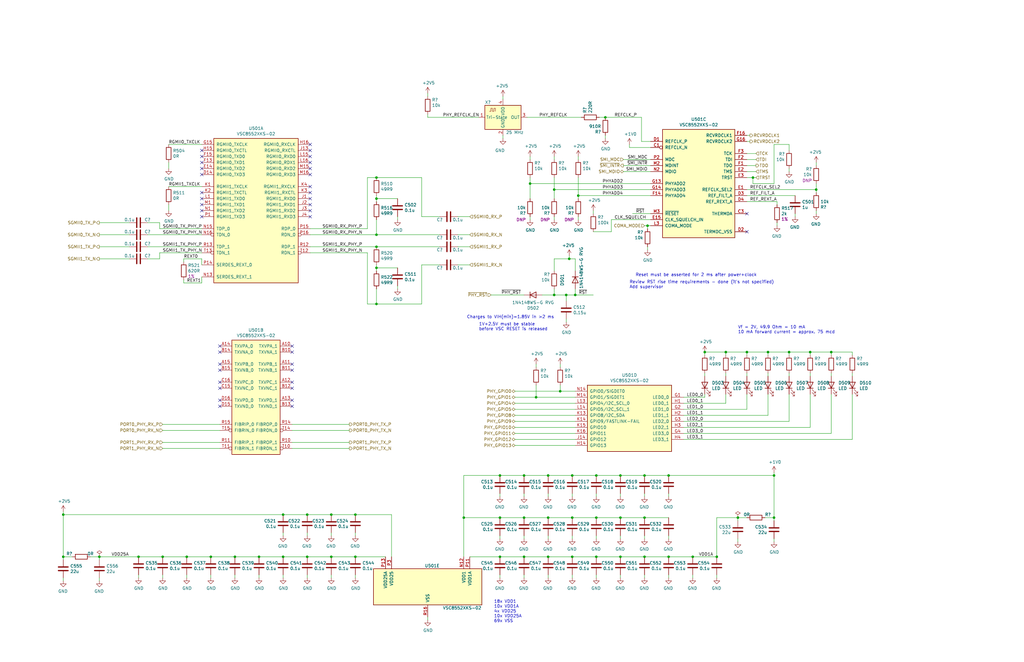
<source format=kicad_sch>
(kicad_sch (version 20230121) (generator eeschema)
  (paper "USLedger")
  (title_block (title "Gimlet Management Network Bringup") (date "2021-02-18") (rev "1") (company "Oxide Computer") (comment 1 "Oxide P/N: 230-0000003"))
  (junction (at 195.58 218.44))
  (junction (at 238.76 124.46))
  (junction (at 109.22 234.95))
  (junction (at 302.26 234.95))
  (junction (at 326.39 218.44))
  (junction (at 261.62 218.44))
  (junction (at 210.82 200.66))
  (junction (at 158.75 74.93))
  (junction (at 231.14 234.95))
  (junction (at 271.78 234.95))
  (junction (at 306.07 148.59))
  (junction (at 99.06 234.95))
  (junction (at 271.78 200.66))
  (junction (at 78.74 234.95))
  (junction (at 323.85 148.59))
  (junction (at 251.46 200.66))
  (junction (at 281.94 200.66))
  (junction (at 297.18 148.59))
  (junction (at 311.15 218.44))
  (junction (at 158.75 99.06))
  (junction (at 255.27 49.53))
  (junction (at 158.75 113.03))
  (junction (at 273.05 95.25))
  (junction (at 344.17 80.01))
  (junction (at 220.98 218.44))
  (junction (at 240.03 109.22))
  (junction (at 251.46 234.95))
  (junction (at 68.58 234.95))
  (junction (at 26.67 217.17))
  (junction (at 158.75 83.82))
  (junction (at 26.67 234.95))
  (junction (at 139.7 217.17))
  (junction (at 317.5 74.93))
  (junction (at 220.98 234.95))
  (junction (at 241.3 234.95))
  (junction (at 261.62 200.66))
  (junction (at 139.7 234.95))
  (junction (at 129.54 217.17))
  (junction (at 251.46 218.44))
  (junction (at 88.9 234.95))
  (junction (at 223.52 77.47))
  (junction (at 241.3 218.44))
  (junction (at 292.1 234.95))
  (junction (at 119.38 234.95))
  (junction (at 226.06 167.64))
  (junction (at 129.54 234.95))
  (junction (at 233.68 124.46))
  (junction (at 271.78 218.44))
  (junction (at 350.52 148.59))
  (junction (at 210.82 218.44))
  (junction (at 231.14 200.66))
  (junction (at 220.98 200.66))
  (junction (at 210.82 234.95))
  (junction (at 281.94 234.95))
  (junction (at 242.57 124.46))
  (junction (at 314.96 148.59))
  (junction (at 236.22 165.1))
  (junction (at 158.75 128.27))
  (junction (at 41.91 234.95))
  (junction (at 326.39 200.66))
  (junction (at 243.84 82.55))
  (junction (at 58.42 234.95))
  (junction (at 231.14 218.44))
  (junction (at 149.86 234.95))
  (junction (at 158.75 104.14))
  (junction (at 119.38 217.17))
  (junction (at 241.3 200.66))
  (junction (at 341.63 148.59))
  (junction (at 149.86 217.17))
  (junction (at 332.74 148.59))
  (junction (at 261.62 234.95))
  (junction (at 233.68 80.01))
  (no_connect (at 123.19 148.59))
  (no_connect (at 123.19 156.21))
  (no_connect (at 130.81 71.12))
  (no_connect (at 130.81 81.28))
  (no_connect (at 85.09 68.58))
  (no_connect (at 92.71 156.21))
  (no_connect (at 85.09 88.9))
  (no_connect (at 123.19 168.91))
  (no_connect (at 123.19 171.45))
  (no_connect (at 92.71 148.59))
  (no_connect (at 92.71 146.05))
  (no_connect (at 130.81 68.58))
  (no_connect (at 85.09 86.36))
  (no_connect (at 130.81 86.36))
  (no_connect (at 85.09 91.44))
  (no_connect (at 314.96 90.17))
  (no_connect (at 130.81 60.96))
  (no_connect (at 85.09 63.5))
  (no_connect (at 92.71 153.67))
  (no_connect (at 85.09 71.12))
  (no_connect (at 92.71 168.91))
  (no_connect (at 92.71 161.29))
  (no_connect (at 130.81 73.66))
  (no_connect (at 123.19 163.83))
  (no_connect (at 130.81 88.9))
  (no_connect (at 130.81 66.04))
  (no_connect (at 92.71 163.83))
  (no_connect (at 130.81 78.74))
  (no_connect (at 85.09 83.82))
  (no_connect (at 123.19 161.29))
  (no_connect (at 130.81 83.82))
  (no_connect (at 130.81 63.5))
  (no_connect (at 123.19 153.67))
  (no_connect (at 130.81 91.44))
  (no_connect (at 92.71 171.45))
  (no_connect (at 85.09 66.04))
  (no_connect (at 314.96 97.79))
  (no_connect (at 123.19 146.05))
  (no_connect (at 85.09 73.66))
  (no_connect (at 85.09 81.28))
  (wire (pts (xy 226.06 167.64) (xy 217.17 167.64)))
  (wire (pts (xy 231.14 218.44) (xy 220.98 218.44)))
  (wire (pts (xy 350.52 182.88) (xy 350.52 166.37)))
  (wire (pts (xy 220.98 243.84) (xy 220.98 242.57)))
  (wire (pts (xy 236.22 154.94) (xy 236.22 153.67)))
  (wire (pts (xy 311.15 218.44) (xy 311.15 219.71)))
  (wire (pts (xy 344.17 80.01) (xy 344.17 81.28)))
  (wire (pts (xy 314.96 218.44) (xy 311.15 218.44)))
  (wire (pts (xy 241.3 243.84) (xy 241.3 242.57)))
  (wire (pts (xy 223.52 67.31) (xy 223.52 66.04)))
  (wire (pts (xy 271.78 227.33) (xy 271.78 226.06)))
  (wire (pts (xy 243.84 74.93) (xy 243.84 82.55)))
  (wire (pts (xy 149.86 234.95) (xy 139.7 234.95)))
  (wire (pts (xy 217.17 165.1) (xy 236.22 165.1)))
  (wire (pts (xy 67.31 96.52) (xy 67.31 93.98)))
  (wire (pts (xy 119.38 226.06) (xy 119.38 224.79)))
  (wire (pts (xy 323.85 175.26) (xy 323.85 166.37)))
  (wire (pts (xy 158.75 113.03) (xy 167.64 113.03)))
  (wire (pts (xy 344.17 69.85) (xy 344.17 68.58)))
  (wire (pts (xy 341.63 157.48) (xy 341.63 158.75)))
  (wire (pts (xy 67.31 93.98) (xy 62.23 93.98)))
  (wire (pts (xy 274.32 72.39) (xy 262.89 72.39)))
  (wire (pts (xy 180.34 48.26) (xy 180.34 49.53)))
  (wire (pts (xy 233.68 74.93) (xy 233.68 80.01)))
  (wire (pts (xy 233.68 80.01) (xy 274.32 80.01)))
  (wire (pts (xy 271.78 209.55) (xy 271.78 208.28)))
  (wire (pts (xy 78.74 234.95) (xy 68.58 234.95)))
  (wire (pts (xy 158.75 83.82) (xy 167.64 83.82)))
  (wire (pts (xy 198.12 91.44) (xy 193.04 91.44)))
  (wire (pts (xy 223.52 74.93) (xy 223.52 77.47)))
  (wire (pts (xy 212.09 58.42) (xy 212.09 57.15)))
  (wire (pts (xy 288.29 172.72) (xy 314.96 172.72)))
  (wire (pts (xy 350.52 149.86) (xy 350.52 148.59)))
  (wire (pts (xy 335.28 82.55) (xy 314.96 82.55)))
  (wire (pts (xy 88.9 234.95) (xy 78.74 234.95)))
  (wire (pts (xy 250.19 124.46) (xy 242.57 124.46)))
  (wire (pts (xy 274.32 90.17) (xy 266.7 90.17)))
  (wire (pts (xy 317.5 74.93) (xy 317.5 77.47)))
  (wire (pts (xy 217.17 175.26) (xy 242.57 175.26)))
  (wire (pts (xy 158.75 92.71) (xy 158.75 99.06)))
  (wire (pts (xy 71.12 68.58) (xy 71.12 71.12)))
  (wire (pts (xy 317.5 77.47) (xy 326.39 77.47)))
  (wire (pts (xy 318.77 67.31) (xy 314.96 67.31)))
  (wire (pts (xy 180.34 261.62) (xy 180.34 260.35)))
  (wire (pts (xy 261.62 200.66) (xy 251.46 200.66)))
  (wire (pts (xy 326.39 200.66) (xy 326.39 218.44)))
  (wire (pts (xy 177.8 111.76) (xy 185.42 111.76)))
  (wire (pts (xy 243.84 83.82) (xy 243.84 82.55)))
  (wire (pts (xy 242.57 182.88) (xy 217.17 182.88)))
  (wire (pts (xy 129.54 217.17) (xy 139.7 217.17)))
  (wire (pts (xy 350.52 158.75) (xy 350.52 157.48)))
  (wire (pts (xy 326.39 60.96) (xy 332.74 60.96)))
  (wire (pts (xy 233.68 109.22) (xy 233.68 114.3)))
  (wire (pts (xy 77.47 118.11) (xy 77.47 119.38)))
  (wire (pts (xy 220.98 124.46) (xy 207.01 124.46)))
  (wire (pts (xy 341.63 180.34) (xy 341.63 166.37)))
  (wire (pts (xy 341.63 148.59) (xy 350.52 148.59)))
  (wire (pts (xy 85.09 116.84) (xy 85.09 119.38)))
  (wire (pts (xy 350.52 148.59) (xy 359.41 148.59)))
  (wire (pts (xy 257.81 92.71) (xy 274.32 92.71)))
  (wire (pts (xy 251.46 209.55) (xy 251.46 208.28)))
  (wire (pts (xy 139.7 226.06) (xy 139.7 224.79)))
  (wire (pts (xy 242.57 165.1) (xy 236.22 165.1)))
  (wire (pts (xy 231.14 209.55) (xy 231.14 208.28)))
  (wire (pts (xy 26.67 234.95) (xy 30.48 234.95)))
  (wire (pts (xy 271.78 243.84) (xy 271.78 242.57)))
  (wire (pts (xy 158.75 111.76) (xy 158.75 113.03)))
  (wire (pts (xy 130.81 104.14) (xy 158.75 104.14)))
  (wire (pts (xy 242.57 177.8) (xy 217.17 177.8)))
  (wire (pts (xy 210.82 243.84) (xy 210.82 242.57)))
  (wire (pts (xy 26.67 236.22) (xy 26.67 234.95)))
  (wire (pts (xy 217.17 170.18) (xy 242.57 170.18)))
  (wire (pts (xy 71.12 86.36) (xy 71.12 88.9)))
  (wire (pts (xy 129.54 243.84) (xy 129.54 242.57)))
  (wire (pts (xy 318.77 69.85) (xy 314.96 69.85)))
  (wire (pts (xy 233.68 83.82) (xy 233.68 80.01)))
  (wire (pts (xy 154.94 96.52) (xy 130.81 96.52)))
  (wire (pts (xy 242.57 167.64) (xy 226.06 167.64)))
  (wire (pts (xy 212.09 41.91) (xy 212.09 40.64)))
  (wire (pts (xy 210.82 200.66) (xy 195.58 200.66)))
  (wire (pts (xy 327.66 86.36) (xy 327.66 85.09)))
  (wire (pts (xy 327.66 95.25) (xy 327.66 93.98)))
  (wire (pts (xy 68.58 243.84) (xy 68.58 242.57)))
  (wire (pts (xy 217.17 185.42) (xy 242.57 185.42)))
  (wire (pts (xy 344.17 90.17) (xy 344.17 88.9)))
  (wire (pts (xy 242.57 172.72) (xy 217.17 172.72)))
  (wire (pts (xy 318.77 64.77) (xy 314.96 64.77)))
  (wire (pts (xy 335.28 91.44) (xy 335.28 90.17)))
  (wire (pts (xy 314.96 149.86) (xy 314.96 148.59)))
  (wire (pts (xy 270.51 49.53) (xy 270.51 59.69)))
  (wire (pts (xy 154.94 106.68) (xy 154.94 128.27)))
  (wire (pts (xy 71.12 78.74) (xy 85.09 78.74)))
  (wire (pts (xy 210.82 234.95) (xy 220.98 234.95)))
  (wire (pts (xy 242.57 124.46) (xy 238.76 124.46)))
  (wire (pts (xy 236.22 165.1) (xy 236.22 162.56)))
  (wire (pts (xy 241.3 234.95) (xy 251.46 234.95)))
  (wire (pts (xy 41.91 104.14) (xy 54.61 104.14)))
  (wire (pts (xy 177.8 91.44) (xy 185.42 91.44)))
  (wire (pts (xy 318.77 72.39) (xy 314.96 72.39)))
  (wire (pts (xy 233.68 124.46) (xy 228.6 124.46)))
  (wire (pts (xy 243.84 92.71) (xy 243.84 91.44)))
  (wire (pts (xy 233.68 67.31) (xy 233.68 66.04)))
  (wire (pts (xy 261.62 234.95) (xy 271.78 234.95)))
  (wire (pts (xy 297.18 148.59) (xy 306.07 148.59)))
  (wire (pts (xy 158.75 82.55) (xy 158.75 83.82)))
  (wire (pts (xy 251.46 234.95) (xy 261.62 234.95)))
  (wire (pts (xy 41.91 234.95) (xy 41.91 236.22)))
  (wire (pts (xy 238.76 127) (xy 238.76 124.46)))
  (wire (pts (xy 62.23 104.14) (xy 85.09 104.14)))
  (wire (pts (xy 92.71 186.69) (xy 68.58 186.69)))
  (wire (pts (xy 281.94 243.84) (xy 281.94 242.57)))
  (wire (pts (xy 273.05 95.25) (xy 273.05 96.52)))
  (wire (pts (xy 326.39 219.71) (xy 326.39 218.44)))
  (wire (pts (xy 359.41 157.48) (xy 359.41 158.75)))
  (wire (pts (xy 261.62 209.55) (xy 261.62 208.28)))
  (wire (pts (xy 271.78 234.95) (xy 281.94 234.95)))
  (wire (pts (xy 344.17 77.47) (xy 344.17 80.01)))
  (wire (pts (xy 154.94 128.27) (xy 158.75 128.27)))
  (wire (pts (xy 271.78 200.66) (xy 261.62 200.66)))
  (wire (pts (xy 332.74 148.59) (xy 341.63 148.59)))
  (wire (pts (xy 147.32 181.61) (xy 123.19 181.61)))
  (wire (pts (xy 323.85 149.86) (xy 323.85 148.59)))
  (wire (pts (xy 67.31 106.68) (xy 85.09 106.68)))
  (wire (pts (xy 242.57 109.22) (xy 240.03 109.22)))
  (wire (pts (xy 167.64 92.71) (xy 167.64 91.44)))
  (wire (pts (xy 326.39 218.44) (xy 322.58 218.44)))
  (wire (pts (xy 242.57 121.92) (xy 242.57 124.46)))
  (wire (pts (xy 306.07 149.86) (xy 306.07 148.59)))
  (wire (pts (xy 26.67 215.9) (xy 26.67 217.17)))
  (wire (pts (xy 241.3 200.66) (xy 231.14 200.66)))
  (wire (pts (xy 58.42 243.84) (xy 58.42 242.57)))
  (wire (pts (xy 323.85 157.48) (xy 323.85 158.75)))
  (wire (pts (xy 210.82 218.44) (xy 195.58 218.44)))
  (wire (pts (xy 180.34 49.53) (xy 201.93 49.53)))
  (wire (pts (xy 77.47 109.22) (xy 85.09 109.22)))
  (wire (pts (xy 288.29 177.8) (xy 332.74 177.8)))
  (wire (pts (xy 251.46 200.66) (xy 241.3 200.66)))
  (wire (pts (xy 288.29 185.42) (xy 359.41 185.42)))
  (wire (pts (xy 359.41 185.42) (xy 359.41 166.37)))
  (wire (pts (xy 62.23 99.06) (xy 85.09 99.06)))
  (wire (pts (xy 231.14 227.33) (xy 231.14 226.06)))
  (wire (pts (xy 231.14 243.84) (xy 231.14 242.57)))
  (wire (pts (xy 255.27 49.53) (xy 270.51 49.53)))
  (wire (pts (xy 85.09 109.22) (xy 85.09 111.76)))
  (wire (pts (xy 243.84 82.55) (xy 274.32 82.55)))
  (wire (pts (xy 314.96 148.59) (xy 323.85 148.59)))
  (wire (pts (xy 180.34 40.64) (xy 180.34 39.37)))
  (wire (pts (xy 123.19 186.69) (xy 147.32 186.69)))
  (wire (pts (xy 281.94 234.95) (xy 292.1 234.95)))
  (wire (pts (xy 220.98 234.95) (xy 231.14 234.95)))
  (wire (pts (xy 261.62 218.44) (xy 251.46 218.44)))
  (wire (pts (xy 222.25 49.53) (xy 245.11 49.53)))
  (wire (pts (xy 314.96 172.72) (xy 314.96 166.37)))
  (wire (pts (xy 195.58 200.66) (xy 195.58 218.44)))
  (wire (pts (xy 231.14 200.66) (xy 220.98 200.66)))
  (wire (pts (xy 158.75 128.27) (xy 177.8 128.27)))
  (wire (pts (xy 217.17 180.34) (xy 242.57 180.34)))
  (wire (pts (xy 281.94 200.66) (xy 326.39 200.66)))
  (wire (pts (xy 326.39 199.39) (xy 326.39 200.66)))
  (wire (pts (xy 119.38 234.95) (xy 109.22 234.95)))
  (wire (pts (xy 241.3 209.55) (xy 241.3 208.28)))
  (wire (pts (xy 314.96 57.15) (xy 316.23 57.15)))
  (wire (pts (xy 311.15 218.44) (xy 302.26 218.44)))
  (wire (pts (xy 26.67 217.17) (xy 26.67 234.95)))
  (wire (pts (xy 109.22 243.84) (xy 109.22 242.57)))
  (wire (pts (xy 130.81 99.06) (xy 158.75 99.06)))
  (wire (pts (xy 314.96 158.75) (xy 314.96 157.48)))
  (wire (pts (xy 119.38 217.17) (xy 26.67 217.17)))
  (wire (pts (xy 251.46 227.33) (xy 251.46 226.06)))
  (wire (pts (xy 38.1 234.95) (xy 41.91 234.95)))
  (wire (pts (xy 158.75 113.03) (xy 158.75 114.3)))
  (wire (pts (xy 220.98 209.55) (xy 220.98 208.28)))
  (wire (pts (xy 158.75 99.06) (xy 185.42 99.06)))
  (wire (pts (xy 67.31 96.52) (xy 85.09 96.52)))
  (wire (pts (xy 68.58 189.23) (xy 92.71 189.23)))
  (wire (pts (xy 99.06 234.95) (xy 109.22 234.95)))
  (wire (pts (xy 323.85 148.59) (xy 332.74 148.59)))
  (wire (pts (xy 281.94 227.33) (xy 281.94 226.06)))
  (wire (pts (xy 123.19 179.07) (xy 147.32 179.07)))
  (wire (pts (xy 332.74 158.75) (xy 332.74 157.48)))
  (wire (pts (xy 41.91 99.06) (xy 54.61 99.06)))
  (wire (pts (xy 78.74 243.84) (xy 78.74 242.57)))
  (wire (pts (xy 154.94 74.93) (xy 154.94 96.52)))
  (wire (pts (xy 243.84 67.31) (xy 243.84 66.04)))
  (wire (pts (xy 162.56 234.95) (xy 149.86 234.95)))
  (wire (pts (xy 41.91 109.22) (xy 54.61 109.22)))
  (wire (pts (xy 359.41 148.59) (xy 359.41 149.86)))
  (wire (pts (xy 147.32 189.23) (xy 123.19 189.23)))
  (wire (pts (xy 165.1 217.17) (xy 165.1 234.95)))
  (wire (pts (xy 314.96 80.01) (xy 344.17 80.01)))
  (wire (pts (xy 158.75 74.93) (xy 154.94 74.93)))
  (wire (pts (xy 274.32 95.25) (xy 273.05 95.25)))
  (wire (pts (xy 177.8 111.76) (xy 177.8 128.27)))
  (wire (pts (xy 210.82 227.33) (xy 210.82 226.06)))
  (wire (pts (xy 326.39 228.6) (xy 326.39 227.33)))
  (wire (pts (xy 288.29 170.18) (xy 306.07 170.18)))
  (wire (pts (xy 297.18 158.75) (xy 297.18 157.48)))
  (wire (pts (xy 306.07 148.59) (xy 314.96 148.59)))
  (wire (pts (xy 288.29 182.88) (xy 350.52 182.88)))
  (wire (pts (xy 292.1 243.84) (xy 292.1 242.57)))
  (wire (pts (xy 119.38 243.84) (xy 119.38 242.57)))
  (wire (pts (xy 311.15 228.6) (xy 311.15 227.33)))
  (wire (pts (xy 67.31 109.22) (xy 62.23 109.22)))
  (wire (pts (xy 149.86 217.17) (xy 165.1 217.17)))
  (wire (pts (xy 92.71 181.61) (xy 68.58 181.61)))
  (wire (pts (xy 332.74 60.96) (xy 332.74 63.5)))
  (wire (pts (xy 274.32 69.85) (xy 262.89 69.85)))
  (wire (pts (xy 306.07 170.18) (xy 306.07 166.37)))
  (wire (pts (xy 250.19 90.17) (xy 250.19 88.9)))
  (wire (pts (xy 281.94 200.66) (xy 271.78 200.66)))
  (wire (pts (xy 119.38 217.17) (xy 129.54 217.17)))
  (wire (pts (xy 261.62 243.84) (xy 261.62 242.57)))
  (wire (pts (xy 158.75 74.93) (xy 177.8 74.93)))
  (wire (pts (xy 288.29 175.26) (xy 323.85 175.26)))
  (wire (pts (xy 210.82 209.55) (xy 210.82 208.28)))
  (wire (pts (xy 240.03 109.22) (xy 233.68 109.22)))
  (wire (pts (xy 223.52 83.82) (xy 223.52 77.47)))
  (wire (pts (xy 85.09 119.38) (xy 77.47 119.38)))
  (wire (pts (xy 341.63 149.86) (xy 341.63 148.59)))
  (wire (pts (xy 250.19 97.79) (xy 257.81 97.79)))
  (wire (pts (xy 223.52 77.47) (xy 274.32 77.47)))
  (wire (pts (xy 158.75 104.14) (xy 185.42 104.14)))
  (wire (pts (xy 265.43 62.23) (xy 265.43 60.96)))
  (wire (pts (xy 332.74 72.39) (xy 332.74 71.12)))
  (wire (pts (xy 318.77 74.93) (xy 317.5 74.93)))
  (wire (pts (xy 273.05 105.41) (xy 273.05 104.14)))
  (wire (pts (xy 238.76 135.89) (xy 238.76 134.62)))
  (wire (pts (xy 233.68 92.71) (xy 233.68 91.44)))
  (wire (pts (xy 223.52 92.71) (xy 223.52 91.44)))
  (wire (pts (xy 26.67 245.11) (xy 26.67 243.84)))
  (wire (pts (xy 261.62 227.33) (xy 261.62 226.06)))
  (wire (pts (xy 292.1 234.95) (xy 302.26 234.95)))
  (wire (pts (xy 274.32 67.31) (xy 262.89 67.31)))
  (wire (pts (xy 271.78 95.25) (xy 273.05 95.25)))
  (wire (pts (xy 195.58 218.44) (xy 195.58 234.95)))
  (wire (pts (xy 297.18 167.64) (xy 297.18 166.37)))
  (wire (pts (xy 68.58 234.95) (xy 58.42 234.95)))
  (wire (pts (xy 167.64 121.92) (xy 167.64 120.65)))
  (wire (pts (xy 99.06 234.95) (xy 88.9 234.95)))
  (wire (pts (xy 251.46 218.44) (xy 241.3 218.44)))
  (wire (pts (xy 158.75 83.82) (xy 158.75 85.09)))
  (wire (pts (xy 326.39 77.47) (xy 326.39 60.96)))
  (wire (pts (xy 198.12 111.76) (xy 193.04 111.76)))
  (wire (pts (xy 193.04 99.06) (xy 198.12 99.06)))
  (wire (pts (xy 193.04 104.14) (xy 198.12 104.14)))
  (wire (pts (xy 252.73 49.53) (xy 255.27 49.53)))
  (wire (pts (xy 226.06 154.94) (xy 226.06 153.67)))
  (wire (pts (xy 265.43 62.23) (xy 274.32 62.23)))
  (wire (pts (xy 316.23 59.69) (xy 314.96 59.69)))
  (wire (pts (xy 281.94 218.44) (xy 271.78 218.44)))
  (wire (pts (xy 242.57 187.96) (xy 217.17 187.96)))
  (wire (pts (xy 317.5 74.93) (xy 314.96 74.93)))
  (wire (pts (xy 198.12 234.95) (xy 210.82 234.95)))
  (wire (pts (xy 270.51 59.69) (xy 274.32 59.69)))
  (wire (pts (xy 240.03 109.22) (xy 240.03 107.95)))
  (wire (pts (xy 158.75 121.92) (xy 158.75 128.27)))
  (wire (pts (xy 129.54 226.06) (xy 129.54 224.79)))
  (wire (pts (xy 332.74 177.8) (xy 332.74 166.37)))
  (wire (pts (xy 139.7 243.84) (xy 139.7 242.57)))
  (wire (pts (xy 41.91 234.95) (xy 58.42 234.95)))
  (wire (pts (xy 241.3 227.33) (xy 241.3 226.06)))
  (wire (pts (xy 220.98 218.44) (xy 210.82 218.44)))
  (wire (pts (xy 302.26 243.84) (xy 302.26 242.57)))
  (wire (pts (xy 177.8 74.93) (xy 177.8 91.44)))
  (wire (pts (xy 67.31 106.68) (xy 67.31 109.22)))
  (wire (pts (xy 149.86 243.84) (xy 149.86 242.57)))
  (wire (pts (xy 233.68 121.92) (xy 233.68 124.46)))
  (wire (pts (xy 77.47 110.49) (xy 77.47 109.22)))
  (wire (pts (xy 332.74 149.86) (xy 332.74 148.59)))
  (wire (pts (xy 99.06 243.84) (xy 99.06 242.57)))
  (wire (pts (xy 231.14 234.95) (xy 241.3 234.95)))
  (wire (pts (xy 281.94 209.55) (xy 281.94 208.28)))
  (wire (pts (xy 220.98 200.66) (xy 210.82 200.66)))
  (wire (pts (xy 288.29 180.34) (xy 341.63 180.34)))
  (wire (pts (xy 139.7 234.95) (xy 129.54 234.95)))
  (wire (pts (xy 149.86 226.06) (xy 149.86 224.79)))
  (wire (pts (xy 241.3 218.44) (xy 231.14 218.44)))
  (wire (pts (xy 41.91 245.11) (xy 41.91 243.84)))
  (wire (pts (xy 327.66 85.09) (xy 314.96 85.09)))
  (wire (pts (xy 306.07 157.48) (xy 306.07 158.75)))
  (wire (pts (xy 257.81 97.79) (xy 257.81 92.71)))
  (wire (pts (xy 139.7 217.17) (xy 149.86 217.17)))
  (wire (pts (xy 71.12 60.96) (xy 85.09 60.96)))
  (wire (pts (xy 129.54 234.95) (xy 119.38 234.95)))
  (wire (pts (xy 251.46 243.84) (xy 251.46 242.57)))
  (wire (pts (xy 297.18 149.86) (xy 297.18 148.59)))
  (wire (pts (xy 288.29 167.64) (xy 297.18 167.64)))
  (wire (pts (xy 88.9 243.84) (xy 88.9 242.57)))
  (wire (pts (xy 255.27 58.42) (xy 255.27 57.15)))
  (wire (pts (xy 226.06 167.64) (xy 226.06 162.56)))
  (wire (pts (xy 302.26 218.44) (xy 302.26 234.95)))
  (wire (pts (xy 220.98 227.33) (xy 220.98 226.06)))
  (wire (pts (xy 271.78 218.44) (xy 261.62 218.44)))
  (wire (pts (xy 68.58 179.07) (xy 92.71 179.07)))
  (wire (pts (xy 242.57 114.3) (xy 242.57 109.22)))
  (wire (pts (xy 238.76 124.46) (xy 233.68 124.46)))
  (wire (pts (xy 154.94 106.68) (xy 130.81 106.68)))
  (wire (pts (xy 41.91 93.98) (xy 54.61 93.98)))
  (text "Charges to VIH(min)=1.85V in >2 ms" (at 233.68 134.62 0) (effects (font (size 1.27 1.27)) (justify right bottom)))
  (text "Vf = 2V, 49.9 Ohm = 10 mA\n10 mA forward current = approx. 75 mcd" (at 311.15 140.97 0) (effects (font (size 1.27 1.27)) (justify left bottom)))
  (text "Review RST rise time requirements - done (it's not specified)\nAdd supervisor" (at 265.43 121.92 0) (effects (font (size 1.27 1.27)) (justify left bottom)))
  (text "Reset must be asserted for 2 ms after power+clock" (at 267.97 116.84 0) (effects (font (size 1.27 1.27)) (justify left bottom)))
  (text "18x VDD1\n10x VDD1A\n4x VDD25\n10x VDD25A\n69x VSS" (at 208.28 262.89 0) (effects (font (size 1.27 1.27)) (justify left bottom)))
  (text "1V+2.5V must be stable\nbefore VSC RESET is released" (at 201.93 139.7 0) (effects (font (size 1.27 1.27)) (justify left bottom)))
  (label "LED3_0" (at 289.56 182.88 0))
  (label "~{SMI_INTR}" (at 273.05 69.85 180))
  (label "LED2_0" (at 289.56 177.8 0))
  (label "PHYADD4" (at 254 82.55 0))
  (label "SGMII1_RX_PHY_P" (at 135.89 104.14 0))
  (label "PHY_REFCLK" (at 227.33 49.53 0))
  (label "PHYADD2" (at 254 77.47 0))
  (label "SMI_MDIO" (at 273.05 72.39 180))
  (label "VDD25A" (at 46.99 234.95 0))
  (label "CLK_SQUELCH" (at 259.08 92.71 0))
  (label "REXT0" (at 77.47 109.22 0))
  (label "SMI_MDC" (at 273.05 67.31 180))
  (label "SGMII0_RX_PHY_N" (at 135.89 99.06 0))
  (label "LED3_1" (at 289.56 185.42 0))
  (label "LED0_1" (at 289.56 170.18 0))
  (label "SGMII1_TX_PHY_N" (at 68.58 106.68 0))
  (label "LED0_0" (at 289.56 167.64 0))
  (label "REFCLK_SEL2" (at 316.23 80.01 0))
  (label "~{PHY_RST}" (at 219.71 124.46 180))
  (label "SGMII1_TX_PHY_P" (at 68.58 104.14 0))
  (label "~{RST}" (at 271.78 90.17 180))
  (label "LED2_1" (at 289.56 180.34 0))
  (label "LED1_0" (at 289.56 172.72 0))
  (label "PHYADD3" (at 254 80.01 0))
  (label "LED1_1" (at 289.56 175.26 0))
  (label "SGMII0_RX_PHY_P" (at 135.89 96.52 0))
  (label "SGMII1_RX_PHY_N" (at 135.89 106.68 0))
  (label "RGMII1_TXCLK" (at 71.12 78.74 0))
  (label "VDD1A" (at 294.64 234.95 0))
  (label "SGMII0_TX_PHY_N" (at 68.58 99.06 0))
  (label "PHY_REFCLK_EN" (at 186.69 49.53 0))
  (label "SGMII0_TX_PHY_P" (at 68.58 96.52 0))
  (label "~{RST}" (at 247.65 124.46 180))
  (label "RGMII0_TXCLK" (at 71.12 60.96 0))
  (label "REF_FILT_A" (at 316.23 82.55 0))
  (label "REXT1" (at 78.74 119.38 0))
  (label "REF_REXT_A" (at 316.23 85.09 0))
  (label "REFCLK_P" (at 259.08 49.53 0))
  (hierarchical_label "RCVRDCLK2" (shape output) (at 316.23 59.69 0))
  (hierarchical_label "PHY_GPIO12" (shape bidirectional) (at 217.17 185.42 180))
  (hierarchical_label "PHY_GPIO4" (shape bidirectional) (at 217.17 170.18 180))
  (hierarchical_label "SMI_MDIO" (shape bidirectional) (at 262.89 72.39 180))
  (hierarchical_label "PORT0_PHY_TX_P" (shape output) (at 147.32 179.07 0))
  (hierarchical_label "PHY_GPIO5" (shape bidirectional) (at 217.17 172.72 180))
  (hierarchical_label "RCVRDCLK1" (shape output) (at 316.23 57.15 0))
  (hierarchical_label "SGMII1_RX_N" (shape input) (at 198.12 111.76 0))
  (hierarchical_label "TMS" (shape input) (at 318.77 72.39 0))
  (hierarchical_label "PHY_GPIO11" (shape bidirectional) (at 217.17 182.88 180))
  (hierarchical_label "PHY_GPIO9" (shape bidirectional) (at 217.17 177.8 180))
  (hierarchical_label "~{PHY_RST}" (shape input) (at 207.01 124.46 180))
  (hierarchical_label "SGMII0_TX_P" (shape output) (at 41.91 93.98 180))
  (hierarchical_label "PORT1_PHY_RX_N" (shape input) (at 68.58 189.23 180))
  (hierarchical_label "SGMII1_TX_N" (shape output) (at 41.91 109.22 180))
  (hierarchical_label "SGMII0_RX_P" (shape input) (at 198.12 91.44 0))
  (hierarchical_label "COMA_MODE" (shape input) (at 271.78 95.25 180))
  (hierarchical_label "PHY_GPIO0" (shape bidirectional) (at 217.17 165.1 180))
  (hierarchical_label "TDO" (shape output) (at 318.77 69.85 0))
  (hierarchical_label "PORT0_PHY_RX_P" (shape input) (at 68.58 179.07 180))
  (hierarchical_label "SGMII1_TX_P" (shape output) (at 41.91 104.14 180))
  (hierarchical_label "SGMII0_RX_N" (shape input) (at 198.12 99.06 0))
  (hierarchical_label "PHY_GPIO8" (shape bidirectional) (at 217.17 175.26 180))
  (hierarchical_label "TDI" (shape input) (at 318.77 67.31 0))
  (hierarchical_label "PHY_GPIO13" (shape bidirectional) (at 217.17 187.96 180))
  (hierarchical_label "PHY_GPIO1" (shape bidirectional) (at 217.17 167.64 180))
  (hierarchical_label "PORT1_PHY_TX_P" (shape output) (at 147.32 186.69 0))
  (hierarchical_label "SGMII0_TX_N" (shape output) (at 41.91 99.06 180))
  (hierarchical_label "~{SMI_INTR}" (shape output) (at 262.89 69.85 180))
  (hierarchical_label "PHY_GPIO10" (shape bidirectional) (at 217.17 180.34 180))
  (hierarchical_label "PORT1_PHY_RX_P" (shape input) (at 68.58 186.69 180))
  (hierarchical_label "PORT1_PHY_TX_N" (shape output) (at 147.32 189.23 0))
  (hierarchical_label "SGMII1_RX_P" (shape input) (at 198.12 104.14 0))
  (hierarchical_label "SMI_MDC" (shape input) (at 262.89 67.31 180))
  (hierarchical_label "TCK" (shape input) (at 318.77 64.77 0))
  (hierarchical_label "TRST" (shape input) (at 318.77 74.93 0))
  (hierarchical_label "PORT0_PHY_RX_N" (shape input) (at 68.58 181.61 180))
  (hierarchical_label "PORT0_PHY_TX_N" (shape output) (at 147.32 181.61 0))
  (symbol (lib_id "gimlet-mgmt-bringup-rescue:R-Device") (at 71.12 64.77 0) (unit 1)
    (property "Reference" "R504" (at 72.898 63.6016 0) (effects (justify left)))
    (property "Value" "0R" (at 72.898 65.913 0) (effects (justify left)))
    (property "Footprint" "Resistor_SMD:R_0603_1608Metric" (effects hide))
    (property "MPN" "CR0603-J/-000ELF" (effects hide))
    (property "CPN" "232-0000025" (effects hide))
    (property "Mfg" "Bourns" (effects hide))
  )
  (symbol (lib_id "gimlet-mgmt-bringup-rescue:GND-power") (at 71.12 88.9 0) (unit 1)
    (property "Reference" "#PWR0512" (effects hide))
    (property "Value" "GND" (at 71.247 93.2942 0))
  )
  (symbol (lib_id "gimlet-mgmt-bringup-rescue:GND-power") (at 71.12 71.12 0) (unit 1)
    (property "Reference" "#PWR0510" (effects hide))
    (property "Value" "GND" (at 71.247 75.5142 0))
  )
  (symbol (lib_id "gimlet-mgmt-bringup-rescue:R-Device") (at 71.12 82.55 0) (unit 1)
    (property "Reference" "R511" (at 72.898 81.3816 0) (effects (justify left)))
    (property "Value" "0R" (at 72.898 83.693 0) (effects (justify left)))
    (property "Footprint" "Resistor_SMD:R_0603_1608Metric" (effects hide))
    (property "MPN" "CR0603-J/-000ELF" (effects hide))
    (property "CPN" "232-0000025" (effects hide))
    (property "Mfg" "Bourns" (effects hide))
  )
  (symbol (lib_id "gimlet-mgmt-bringup-rescue:R-Device") (at 77.47 114.3 0) (unit 1)
    (property "Reference" "R521" (at 79.248 111.9886 0) (effects (justify left)))
    (property "Value" "620R" (at 79.248 114.3 0) (effects (justify left)))
    (property "Footprint" "Resistor_SMD:R_0603_1608Metric" (effects hide))
    (property "Tolerance" "1%" (at 79.248 116.6114 0) (effects (justify left)))
    (property "MPN" "CR0603-FX-6200ELF" (effects hide))
    (property "CPN" "232-0000096" (effects hide))
    (property "Mfg" "Bourns" (effects hide))
  )
  (symbol (lib_id "Oxide_Interface_Ethernet:VSC8552XKS-02") (at 107.95 88.9 0) (unit 1)
    (property "Reference" "U501" (at 107.95 54.1782 0))
    (property "Value" "VSC8552XKS-02" (at 107.95 56.4896 0))
    (property "Footprint" "Package_BGA:BGA-256_17.0x17.0mm_Layout16x16_P1.0mm_Ball0.5mm_Pad0.4mm_NSMD" (effects hide))
    (property "Datasheet" "https://my.microsemi.com/AWelcome/FileDownload.aspx?code=puuxuqopwotpoptporopxv&src=EXT&ver=0" (effects hide))
    (property "MPN" "VSC8552XKS-02" (effects hide))
    (property "CPN" "221-0000033" (effects hide))
    (property "Mfg" "Microchip" (effects hide))
  )
  (symbol (lib_id "Oxide_Interface_Ethernet:VSC8552XKS-02") (at 107.95 166.37 0) (unit 2)
    (property "Reference" "U501" (at 107.95 139.2682 0))
    (property "Value" "VSC8552XKS-02" (at 107.95 141.5796 0))
    (property "Footprint" "Package_BGA:BGA-256_17.0x17.0mm_Layout16x16_P1.0mm_Ball0.5mm_Pad0.4mm_NSMD" (effects hide))
    (property "Datasheet" "https://my.microsemi.com/AWelcome/FileDownload.aspx?code=puuxuqopwotpoptporopxv&src=EXT&ver=0" (effects hide))
    (property "MPN" "VSC8552XKS-02" (effects hide))
    (property "CPN" "221-0000033" (effects hide))
    (property "Mfg" "Microchip" (effects hide))
  )
  (symbol (lib_id "Oxide_Interface_Ethernet:VSC8552XKS-02") (at 294.64 74.93 0) (unit 3)
    (property "Reference" "U501" (at 294.64 50.3682 0))
    (property "Value" "VSC8552XKS-02" (at 294.64 52.6796 0))
    (property "Footprint" "Package_BGA:BGA-256_17.0x17.0mm_Layout16x16_P1.0mm_Ball0.5mm_Pad0.4mm_NSMD" (effects hide))
    (property "Datasheet" "https://my.microsemi.com/AWelcome/FileDownload.aspx?code=puuxuqopwotpoptporopxv&src=EXT&ver=0" (effects hide))
    (property "MPN" "VSC8552XKS-02" (effects hide))
    (property "CPN" "221-0000033" (effects hide))
    (property "Mfg" "Microchip" (effects hide))
  )
  (symbol (lib_id "Oxide_Interface_Ethernet:VSC8552XKS-02") (at 265.43 175.26 0) (unit 4)
    (property "Reference" "U501" (at 265.43 158.3182 0))
    (property "Value" "VSC8552XKS-02" (at 265.43 160.6296 0))
    (property "Footprint" "Package_BGA:BGA-256_17.0x17.0mm_Layout16x16_P1.0mm_Ball0.5mm_Pad0.4mm_NSMD" (effects hide))
    (property "Datasheet" "https://my.microsemi.com/AWelcome/FileDownload.aspx?code=puuxuqopwotpoptporopxv&src=EXT&ver=0" (effects hide))
    (property "MPN" "VSC8552XKS-02" (effects hide))
    (property "CPN" "221-0000033" (effects hide))
    (property "Mfg" "Microchip" (effects hide))
  )
  (symbol (lib_id "Oxide_Interface_Ethernet:VSC8552XKS-02") (at 180.34 247.65 0) (unit 5)
    (property "Reference" "U501" (at 179.07 238.76 0) (effects (justify left)))
    (property "Value" "VSC8552XKS-02" (at 186.69 256.54 0) (effects (justify left)))
    (property "Footprint" "Package_BGA:BGA-256_17.0x17.0mm_Layout16x16_P1.0mm_Ball0.5mm_Pad0.4mm_NSMD" (effects hide))
    (property "Datasheet" "https://my.microsemi.com/AWelcome/FileDownload.aspx?code=puuxuqopwotpoptporopxv&src=EXT&ver=0" (effects hide))
    (property "MPN" "VSC8552XKS-02" (effects hide))
    (property "CPN" "221-0000033" (effects hide))
    (property "Mfg" "Microchip" (effects hide))
  )
  (symbol (lib_id "gimlet-mgmt-bringup-rescue:+2V5-power") (at 236.22 153.67 0) (unit 1)
    (property "Reference" "#PWR0527" (effects hide))
    (property "Value" "+2V5" (at 236.601 149.2758 0))
    (instances (project "gimlet-mgmt-bringup" (path "" (reference "#PWR0527") (unit 1)) (path "" (reference "#PWR?") (unit 1))))
  )
  (symbol (lib_id "gimlet-mgmt-bringup-rescue:R-Device") (at 236.22 158.75 0) (unit 1)
    (property "Reference" "R?" (at 237.998 156.4386 0) (effects (justify left)))
    (property "Value" "10k" (at 237.998 158.75 0) (effects (justify left)))
    (property "Footprint" "Resistor_SMD:R_0603_1608Metric" (effects hide))
    (property "MPN" "CR0603-JW-103ELF" (effects hide))
    (property "CPN" "232-0000024" (effects hide))
    (property "Mfg" "Bourns" (effects hide))
    (instances (project "gimlet-mgmt-bringup" (path "" (reference "R?") (unit 1)) (path "" (reference "R?") (unit 1)) (path "" (reference "R533") (unit 1))))
  )
  (symbol (lib_id "gimlet-mgmt-bringup-rescue:+2V5-power") (at 226.06 153.67 0) (unit 1)
    (property "Reference" "#PWR0526" (effects hide))
    (property "Value" "+2V5" (at 226.441 149.2758 0))
    (instances (project "gimlet-mgmt-bringup" (path "" (reference "#PWR0526") (unit 1)) (path "" (reference "#PWR?") (unit 1))))
  )
  (symbol (lib_id "gimlet-mgmt-bringup-rescue:R-Device") (at 226.06 158.75 0) (unit 1)
    (property "Reference" "R?" (at 227.838 156.4386 0) (effects (justify left)))
    (property "Value" "10k" (at 227.838 158.75 0) (effects (justify left)))
    (property "Footprint" "Resistor_SMD:R_0603_1608Metric" (effects hide))
    (property "MPN" "CR0603-JW-103ELF" (effects hide))
    (property "CPN" "232-0000024" (effects hide))
    (property "Mfg" "Bourns" (effects hide))
    (instances (project "gimlet-mgmt-bringup" (path "" (reference "R?") (unit 1)) (path "" (reference "R?") (unit 1)) (path "" (reference "R532") (unit 1))))
  )
  (symbol (lib_id "gimlet-mgmt-bringup-rescue:R-Device") (at 248.92 49.53 90) (unit 1)
    (property "Reference" "R?" (at 246.6086 47.752 0) (effects (justify left)))
    (property "Value" "220R" (at 248.92 47.752 0) (effects (justify left)))
    (property "Footprint" "Resistor_SMD:R_0603_1608Metric" (effects hide))
    (property "MPN" "CR0603-JW-221ELF" (effects hide))
    (property "CPN" "232-0000102" (effects hide))
    (property "Mfg" "Bourns" (effects hide))
    (instances (project "gimlet-mgmt-bringup" (path "" (reference "R?") (unit 1)) (path "" (reference "R?") (unit 1)) (path "" (reference "R502") (unit 1))))
  )
  (symbol (lib_id "gimlet-mgmt-bringup-rescue:R-Device") (at 255.27 53.34 180) (unit 1)
    (property "Reference" "R?" (at 253.492 55.6514 0) (effects (justify left)))
    (property "Value" "910R" (at 253.492 53.34 0) (effects (justify left)))
    (property "Footprint" "Resistor_SMD:R_0603_1608Metric" (effects hide))
    (property "MPN" "CR0603-JW-911ELF" (effects hide))
    (property "CPN" "232-0000103" (effects hide))
    (property "Mfg" "Bourns" (effects hide))
    (instances (project "gimlet-mgmt-bringup" (path "" (reference "R?") (unit 1)) (path "" (reference "R?") (unit 1)) (path "" (reference "R503") (unit 1))))
  )
  (symbol (lib_id "gimlet-mgmt-bringup-rescue:+1V0-power") (at 265.43 60.96 0) (unit 1)
    (property "Reference" "#PWR0505" (effects hide))
    (property "Value" "+1V0" (at 265.811 56.5658 0))
  )
  (symbol (lib_id "gimlet-mgmt-bringup-rescue:GND-power") (at 255.27 58.42 0) (unit 1)
    (property "Reference" "#PWR0504" (effects hide))
    (property "Value" "GND" (at 255.397 62.8142 0))
  )
  (symbol (lib_id "gimlet-mgmt-bringup-rescue:R-Device") (at 223.52 71.12 0) (unit 1)
    (property "Reference" "R?" (at 225.298 68.8086 0) (effects (justify left)))
    (property "Value" "10k" (at 225.298 71.12 0) (effects (justify left)))
    (property "Footprint" "Resistor_SMD:R_0603_1608Metric" (effects hide))
    (property "MPN" "CR0603-JW-103ELF" (effects hide))
    (property "CPN" "232-0000024" (effects hide))
    (property "Mfg" "Bourns" (effects hide))
    (instances (project "gimlet-mgmt-bringup" (path "" (reference "R?") (unit 1)) (path "" (reference "R?") (unit 1)) (path "" (reference "R506") (unit 1))))
  )
  (symbol (lib_id "gimlet-mgmt-bringup-rescue:+2V5-power") (at 223.52 66.04 0) (unit 1)
    (property "Reference" "#PWR0506" (effects hide))
    (property "Value" "+2V5" (at 223.901 61.6458 0))
    (instances (project "gimlet-mgmt-bringup" (path "" (reference "#PWR0506") (unit 1)) (path "" (reference "#PWR?") (unit 1))))
  )
  (symbol (lib_id "gimlet-mgmt-bringup-rescue:R-Device") (at 233.68 71.12 0) (unit 1)
    (property "Reference" "R?" (at 235.458 68.8086 0) (effects (justify left)))
    (property "Value" "10k" (at 235.458 71.12 0) (effects (justify left)))
    (property "Footprint" "Resistor_SMD:R_0603_1608Metric" (effects hide))
    (property "MPN" "CR0603-JW-103ELF" (effects hide))
    (property "CPN" "232-0000024" (effects hide))
    (property "Mfg" "Bourns" (effects hide))
    (instances (project "gimlet-mgmt-bringup" (path "" (reference "R?") (unit 1)) (path "" (reference "R?") (unit 1)) (path "" (reference "R507") (unit 1))))
  )
  (symbol (lib_id "gimlet-mgmt-bringup-rescue:+2V5-power") (at 233.68 66.04 0) (unit 1)
    (property "Reference" "#PWR0507" (effects hide))
    (property "Value" "+2V5" (at 234.061 61.6458 0))
    (instances (project "gimlet-mgmt-bringup" (path "" (reference "#PWR0507") (unit 1)) (path "" (reference "#PWR?") (unit 1))))
  )
  (symbol (lib_id "gimlet-mgmt-bringup-rescue:R-Device") (at 243.84 71.12 0) (unit 1)
    (property "Reference" "R?" (at 245.618 68.8086 0) (effects (justify left)))
    (property "Value" "10k" (at 245.618 71.12 0) (effects (justify left)))
    (property "Footprint" "Resistor_SMD:R_0603_1608Metric" (effects hide))
    (property "MPN" "CR0603-JW-103ELF" (effects hide))
    (property "CPN" "232-0000024" (effects hide))
    (property "Mfg" "Bourns" (effects hide))
    (instances (project "gimlet-mgmt-bringup" (path "" (reference "R?") (unit 1)) (path "" (reference "R?") (unit 1)) (path "" (reference "R508") (unit 1))))
  )
  (symbol (lib_id "gimlet-mgmt-bringup-rescue:+2V5-power") (at 243.84 66.04 0) (unit 1)
    (property "Reference" "#PWR0508" (effects hide))
    (property "Value" "+2V5" (at 244.221 61.6458 0))
    (instances (project "gimlet-mgmt-bringup" (path "" (reference "#PWR0508") (unit 1)) (path "" (reference "#PWR?") (unit 1))))
  )
  (symbol (lib_id "gimlet-mgmt-bringup-rescue:R-Device") (at 243.84 87.63 180) (unit 1)
    (property "Reference" "R?" (at 242.062 89.9414 0) (effects (justify left)))
    (property "Value" "10k" (at 242.062 87.63 0) (effects (justify left)))
    (property "Footprint" "Resistor_SMD:R_0603_1608Metric" (effects hide))
    (property "MPN" "CR0603-JW-103ELF" (effects hide))
    (property "Config" "DNP" (at 240.03 92.71 0))
    (property "CPN" "232-0000024" (effects hide))
    (property "Mfg" "Bourns" (effects hide))
    (instances (project "gimlet-mgmt-bringup" (path "" (reference "R?") (unit 1)) (path "" (reference "R?") (unit 1)) (path "" (reference "R515") (unit 1))))
  )
  (symbol (lib_id "gimlet-mgmt-bringup-rescue:GND-power") (at 243.84 92.71 0) (unit 1)
    (property "Reference" "#PWR0519" (effects hide))
    (property "Value" "GND" (at 243.967 97.1042 0))
  )
  (symbol (lib_id "gimlet-mgmt-bringup-rescue:R-Device") (at 233.68 87.63 180) (unit 1)
    (property "Reference" "R?" (at 231.902 89.9414 0) (effects (justify left)))
    (property "Value" "10k" (at 231.902 87.63 0) (effects (justify left)))
    (property "Footprint" "Resistor_SMD:R_0603_1608Metric" (effects hide))
    (property "MPN" "CR0603-JW-103ELF" (effects hide))
    (property "Config" "DNP" (at 229.87 92.71 0))
    (property "CPN" "232-0000024" (effects hide))
    (property "Mfg" "Bourns" (effects hide))
    (instances (project "gimlet-mgmt-bringup" (path "" (reference "R?") (unit 1)) (path "" (reference "R?") (unit 1)) (path "" (reference "R514") (unit 1))))
  )
  (symbol (lib_id "gimlet-mgmt-bringup-rescue:GND-power") (at 233.68 92.71 0) (unit 1)
    (property "Reference" "#PWR0518" (effects hide))
    (property "Value" "GND" (at 233.807 97.1042 0))
  )
  (symbol (lib_id "gimlet-mgmt-bringup-rescue:R-Device") (at 223.52 87.63 180) (unit 1)
    (property "Reference" "R?" (at 221.742 89.9414 0) (effects (justify left)))
    (property "Value" "10k" (at 221.742 87.63 0) (effects (justify left)))
    (property "Footprint" "Resistor_SMD:R_0603_1608Metric" (effects hide))
    (property "MPN" "CR0603-JW-103ELF" (effects hide))
    (property "Config" "DNP" (at 219.71 92.71 0))
    (property "CPN" "232-0000024" (effects hide))
    (property "Mfg" "Bourns" (effects hide))
    (instances (project "gimlet-mgmt-bringup" (path "" (reference "R?") (unit 1)) (path "" (reference "R?") (unit 1)) (path "" (reference "R513") (unit 1))))
  )
  (symbol (lib_id "gimlet-mgmt-bringup-rescue:GND-power") (at 223.52 92.71 0) (unit 1)
    (property "Reference" "#PWR0517" (effects hide))
    (property "Value" "GND" (at 223.647 97.1042 0))
  )
  (symbol (lib_id "gimlet-mgmt-bringup-rescue:GND-power") (at 332.74 72.39 0) (unit 1)
    (property "Reference" "#PWR0511" (effects hide))
    (property "Value" "GND" (at 332.867 76.7842 0))
  )
  (symbol (lib_id "gimlet-mgmt-bringup-rescue:R-Device") (at 344.17 73.66 0) (mirror y) (unit 1)
    (property "Reference" "R?" (at 342.392 71.3486 0) (effects (justify left)))
    (property "Value" "10k" (at 342.392 73.66 0) (effects (justify left)))
    (property "Footprint" "Resistor_SMD:R_0603_1608Metric" (effects hide))
    (property "MPN" "CR0603-JW-103ELF" (effects hide))
    (property "Config" "DNP" (at 340.36 76.2 0))
    (property "CPN" "232-0000024" (effects hide))
    (property "Mfg" "Bourns" (effects hide))
    (instances (project "gimlet-mgmt-bringup" (path "" (reference "R?") (unit 1)) (path "" (reference "R?") (unit 1)) (path "" (reference "R509") (unit 1))))
  )
  (symbol (lib_id "gimlet-mgmt-bringup-rescue:+2V5-power") (at 344.17 68.58 0) (mirror y) (unit 1)
    (property "Reference" "#PWR0509" (effects hide))
    (property "Value" "+2V5" (at 343.789 64.1858 0))
    (instances (project "gimlet-mgmt-bringup" (path "" (reference "#PWR0509") (unit 1)) (path "" (reference "#PWR?") (unit 1))))
  )
  (symbol (lib_id "gimlet-mgmt-bringup-rescue:R-Device") (at 344.17 85.09 0) (mirror x) (unit 1)
    (property "Reference" "R?" (at 345.948 87.4014 0) (effects (justify left)))
    (property "Value" "10k" (at 345.948 85.09 0) (effects (justify left)))
    (property "Footprint" "Resistor_SMD:R_0603_1608Metric" (effects hide))
    (property "MPN" "CR0603-JW-103ELF" (effects hide))
    (property "CPN" "232-0000024" (effects hide))
    (property "Mfg" "Bourns" (effects hide))
    (instances (project "gimlet-mgmt-bringup" (path "" (reference "R?") (unit 1)) (path "" (reference "R?") (unit 1)) (path "" (reference "R512") (unit 1))))
  )
  (symbol (lib_id "gimlet-mgmt-bringup-rescue:GND-power") (at 344.17 90.17 0) (mirror y) (unit 1)
    (property "Reference" "#PWR0514" (effects hide))
    (property "Value" "GND" (at 344.043 94.5642 0))
  )
  (symbol (lib_id "gimlet-mgmt-bringup-rescue:C-Device") (at 335.28 86.36 0) (unit 1)
    (property "Reference" "C501" (at 338.201 85.1916 0) (effects (justify left)))
    (property "Value" "1u" (at 338.201 87.503 0) (effects (justify left)))
    (property "Footprint" "Capacitor_SMD:C_0603_1608Metric" (effects hide))
    (property "MPN" "C0603C105K4PACTU" (effects hide))
    (property "CPN" "212-0000046" (effects hide))
    (property "Mfg" "Kemet" (effects hide))
  )
  (symbol (lib_id "gimlet-mgmt-bringup-rescue:R-Device") (at 327.66 90.17 0) (unit 1)
    (property "Reference" "R517" (at 329.438 87.8586 0) (effects (justify left)))
    (property "Value" "2k" (at 329.438 90.17 0) (effects (justify left)))
    (property "Footprint" "Resistor_SMD:R_0603_1608Metric" (effects hide))
    (property "Tolerance" "1%" (at 329.438 92.4814 0) (effects (justify left)))
    (property "MPN" "CR0603-FX-2001ELF" (effects hide))
    (property "CPN" "232-0000098" (effects hide))
    (property "Mfg" "Bourns" (effects hide))
    (instances (project "gimlet-mgmt-bringup" (path "" (reference "R517") (unit 1)) (path "" (reference "R?") (unit 1))))
  )
  (symbol (lib_id "gimlet-mgmt-bringup-rescue:GND-power") (at 327.66 95.25 0) (mirror y) (unit 1)
    (property "Reference" "#PWR0520" (effects hide))
    (property "Value" "GND" (at 327.533 99.6442 0))
  )
  (symbol (lib_id "gimlet-mgmt-bringup-rescue:GND-power") (at 335.28 91.44 0) (mirror y) (unit 1)
    (property "Reference" "#PWR0515" (effects hide))
    (property "Value" "GND" (at 335.153 95.8342 0))
  )
  (symbol (lib_id "gimlet-mgmt-bringup-rescue:R-Device") (at 332.74 67.31 0) (mirror y) (unit 1)
    (property "Reference" "R?" (at 330.962 64.9986 0) (effects (justify left)))
    (property "Value" "10k" (at 330.962 67.31 0) (effects (justify left)))
    (property "Footprint" "Resistor_SMD:R_0603_1608Metric" (effects hide))
    (property "MPN" "CR0603-JW-103ELF" (effects hide))
    (property "CPN" "232-0000024" (effects hide))
    (property "Mfg" "Bourns" (effects hide))
    (instances (project "gimlet-mgmt-bringup" (path "" (reference "R?") (unit 1)) (path "" (reference "R?") (unit 1)) (path "" (reference "R505") (unit 1))))
  )
  (symbol (lib_id "gimlet-mgmt-bringup-rescue:GND-power") (at 273.05 105.41 0) (unit 1)
    (property "Reference" "#PWR0521" (effects hide))
    (property "Value" "GND" (at 273.177 109.8042 0))
  )
  (symbol (lib_id "gimlet-mgmt-bringup-rescue:R-Device") (at 273.05 100.33 0) (mirror y) (unit 1)
    (property "Reference" "R?" (at 271.272 98.0186 0) (effects (justify left)))
    (property "Value" "10k" (at 271.272 100.33 0) (effects (justify left)))
    (property "Footprint" "Resistor_SMD:R_0603_1608Metric" (effects hide))
    (property "MPN" "CR0603-JW-103ELF" (effects hide))
    (property "CPN" "232-0000024" (effects hide))
    (property "Mfg" "Bourns" (effects hide))
    (instances (project "gimlet-mgmt-bringup" (path "" (reference "R?") (unit 1)) (path "" (reference "R?") (unit 1)) (path "" (reference "R519") (unit 1))))
  )
  (symbol (lib_id "gimlet-mgmt-bringup-rescue:GND-power") (at 180.34 261.62 0) (unit 1)
    (property "Reference" "#PWR0574" (effects hide))
    (property "Value" "GND" (at 180.467 266.0142 0))
  )
  (symbol (lib_id "gimlet-mgmt-bringup-rescue:C-Device") (at 149.86 238.76 0) (unit 1)
    (property "Reference" "C544" (at 152.781 237.5916 0) (effects (justify left)))
    (property "Value" "0.1u" (at 152.781 239.903 0) (effects (justify left)))
    (property "Footprint" "Capacitor_SMD:C_0603_1608Metric" (effects hide))
    (property "MPN" "C0603C104K4PACTU " (effects hide))
    (property "CPN" "212-0000047" (effects hide))
    (property "Mfg" "Kemet" (effects hide))
  )
  (symbol (lib_id "gimlet-mgmt-bringup-rescue:GND-power") (at 149.86 243.84 0) (unit 1)
    (property "Reference" "#PWR0561" (effects hide))
    (property "Value" "GND" (at 149.987 248.2342 0))
  )
  (symbol (lib_id "gimlet-mgmt-bringup-rescue:C-Device") (at 139.7 238.76 0) (unit 1)
    (property "Reference" "C543" (at 142.621 237.5916 0) (effects (justify left)))
    (property "Value" "0.1u" (at 142.621 239.903 0) (effects (justify left)))
    (property "Footprint" "Capacitor_SMD:C_0603_1608Metric" (effects hide))
    (property "MPN" "C0603C104K4PACTU " (effects hide))
    (property "CPN" "212-0000047" (effects hide))
    (property "Mfg" "Kemet" (effects hide))
  )
  (symbol (lib_id "gimlet-mgmt-bringup-rescue:GND-power") (at 139.7 243.84 0) (unit 1)
    (property "Reference" "#PWR0560" (effects hide))
    (property "Value" "GND" (at 139.827 248.2342 0))
  )
  (symbol (lib_id "gimlet-mgmt-bringup-rescue:C-Device") (at 129.54 238.76 0) (unit 1)
    (property "Reference" "C542" (at 132.461 237.5916 0) (effects (justify left)))
    (property "Value" "0.1u" (at 132.461 239.903 0) (effects (justify left)))
    (property "Footprint" "Capacitor_SMD:C_0603_1608Metric" (effects hide))
    (property "MPN" "C0603C104K4PACTU " (effects hide))
    (property "CPN" "212-0000047" (effects hide))
    (property "Mfg" "Kemet" (effects hide))
  )
  (symbol (lib_id "gimlet-mgmt-bringup-rescue:GND-power") (at 129.54 243.84 0) (unit 1)
    (property "Reference" "#PWR0559" (effects hide))
    (property "Value" "GND" (at 129.667 248.2342 0))
  )
  (symbol (lib_id "gimlet-mgmt-bringup-rescue:C-Device") (at 119.38 238.76 0) (unit 1)
    (property "Reference" "C541" (at 122.301 237.5916 0) (effects (justify left)))
    (property "Value" "0.1u" (at 122.301 239.903 0) (effects (justify left)))
    (property "Footprint" "Capacitor_SMD:C_0603_1608Metric" (effects hide))
    (property "MPN" "C0603C104K4PACTU " (effects hide))
    (property "CPN" "212-0000047" (effects hide))
    (property "Mfg" "Kemet" (effects hide))
  )
  (symbol (lib_id "gimlet-mgmt-bringup-rescue:GND-power") (at 119.38 243.84 0) (unit 1)
    (property "Reference" "#PWR0558" (effects hide))
    (property "Value" "GND" (at 119.507 248.2342 0))
  )
  (symbol (lib_id "gimlet-mgmt-bringup-rescue:C-Device") (at 109.22 238.76 0) (unit 1)
    (property "Reference" "C540" (at 112.141 237.5916 0) (effects (justify left)))
    (property "Value" "0.1u" (at 112.141 239.903 0) (effects (justify left)))
    (property "Footprint" "Capacitor_SMD:C_0603_1608Metric" (effects hide))
    (property "MPN" "C0603C104K4PACTU " (effects hide))
    (property "CPN" "212-0000047" (effects hide))
    (property "Mfg" "Kemet" (effects hide))
  )
  (symbol (lib_id "gimlet-mgmt-bringup-rescue:GND-power") (at 109.22 243.84 0) (unit 1)
    (property "Reference" "#PWR0557" (effects hide))
    (property "Value" "GND" (at 109.347 248.2342 0))
  )
  (symbol (lib_id "gimlet-mgmt-bringup-rescue:C-Device") (at 99.06 238.76 0) (unit 1)
    (property "Reference" "C539" (at 101.981 237.5916 0) (effects (justify left)))
    (property "Value" "0.1u" (at 101.981 239.903 0) (effects (justify left)))
    (property "Footprint" "Capacitor_SMD:C_0603_1608Metric" (effects hide))
    (property "MPN" "C0603C104K4PACTU " (effects hide))
    (property "CPN" "212-0000047" (effects hide))
    (property "Mfg" "Kemet" (effects hide))
  )
  (symbol (lib_id "gimlet-mgmt-bringup-rescue:GND-power") (at 99.06 243.84 0) (unit 1)
    (property "Reference" "#PWR0556" (effects hide))
    (property "Value" "GND" (at 99.187 248.2342 0))
  )
  (symbol (lib_id "gimlet-mgmt-bringup-rescue:C-Device") (at 88.9 238.76 0) (unit 1)
    (property "Reference" "C538" (at 91.821 237.5916 0) (effects (justify left)))
    (property "Value" "0.1u" (at 91.821 239.903 0) (effects (justify left)))
    (property "Footprint" "Capacitor_SMD:C_0603_1608Metric" (effects hide))
    (property "MPN" "C0603C104K4PACTU " (effects hide))
    (property "CPN" "212-0000047" (effects hide))
    (property "Mfg" "Kemet" (effects hide))
  )
  (symbol (lib_id "gimlet-mgmt-bringup-rescue:GND-power") (at 88.9 243.84 0) (unit 1)
    (property "Reference" "#PWR0555" (effects hide))
    (property "Value" "GND" (at 89.027 248.2342 0))
  )
  (symbol (lib_id "gimlet-mgmt-bringup-rescue:C-Device") (at 78.74 238.76 0) (unit 1)
    (property "Reference" "C537" (at 81.661 237.5916 0) (effects (justify left)))
    (property "Value" "0.1u" (at 81.661 239.903 0) (effects (justify left)))
    (property "Footprint" "Capacitor_SMD:C_0603_1608Metric" (effects hide))
    (property "MPN" "C0603C104K4PACTU " (effects hide))
    (property "CPN" "212-0000047" (effects hide))
    (property "Mfg" "Kemet" (effects hide))
  )
  (symbol (lib_id "gimlet-mgmt-bringup-rescue:GND-power") (at 78.74 243.84 0) (unit 1)
    (property "Reference" "#PWR0554" (effects hide))
    (property "Value" "GND" (at 78.867 248.2342 0))
  )
  (symbol (lib_id "gimlet-mgmt-bringup-rescue:C-Device") (at 68.58 238.76 0) (unit 1)
    (property "Reference" "C536" (at 71.501 237.5916 0) (effects (justify left)))
    (property "Value" "0.1u" (at 71.501 239.903 0) (effects (justify left)))
    (property "Footprint" "Capacitor_SMD:C_0603_1608Metric" (effects hide))
    (property "MPN" "C0603C104K4PACTU " (effects hide))
    (property "CPN" "212-0000047" (effects hide))
    (property "Mfg" "Kemet" (effects hide))
  )
  (symbol (lib_id "gimlet-mgmt-bringup-rescue:GND-power") (at 68.58 243.84 0) (unit 1)
    (property "Reference" "#PWR0553" (effects hide))
    (property "Value" "GND" (at 68.707 248.2342 0))
  )
  (symbol (lib_id "gimlet-mgmt-bringup-rescue:C-Device") (at 58.42 238.76 0) (unit 1)
    (property "Reference" "C535" (at 61.341 237.5916 0) (effects (justify left)))
    (property "Value" "0.1u" (at 61.341 239.903 0) (effects (justify left)))
    (property "Footprint" "Capacitor_SMD:C_0603_1608Metric" (effects hide))
    (property "MPN" "C0603C104K4PACTU " (effects hide))
    (property "CPN" "212-0000047" (effects hide))
    (property "Mfg" "Kemet" (effects hide))
  )
  (symbol (lib_id "gimlet-mgmt-bringup-rescue:GND-power") (at 58.42 243.84 0) (unit 1)
    (property "Reference" "#PWR0552" (effects hide))
    (property "Value" "GND" (at 58.547 248.2342 0))
  )
  (symbol (lib_id "gimlet-mgmt-bringup-rescue:C-Device") (at 210.82 238.76 0) (mirror y) (unit 1)
    (property "Reference" "C545" (at 207.899 237.5916 0) (effects (justify left)))
    (property "Value" "0.1u" (at 207.899 239.903 0) (effects (justify left)))
    (property "Footprint" "Capacitor_SMD:C_0603_1608Metric" (effects hide))
    (property "MPN" "C0603C104K4PACTU " (effects hide))
    (property "CPN" "212-0000047" (effects hide))
    (property "Mfg" "Kemet" (effects hide))
  )
  (symbol (lib_id "gimlet-mgmt-bringup-rescue:GND-power") (at 210.82 243.84 0) (mirror y) (unit 1)
    (property "Reference" "#PWR0562" (effects hide))
    (property "Value" "GND" (at 210.693 248.2342 0))
  )
  (symbol (lib_id "gimlet-mgmt-bringup-rescue:C-Device") (at 220.98 238.76 0) (mirror y) (unit 1)
    (property "Reference" "C546" (at 218.059 237.5916 0) (effects (justify left)))
    (property "Value" "0.1u" (at 218.059 239.903 0) (effects (justify left)))
    (property "Footprint" "Capacitor_SMD:C_0603_1608Metric" (effects hide))
    (property "MPN" "C0603C104K4PACTU " (effects hide))
    (property "CPN" "212-0000047" (effects hide))
    (property "Mfg" "Kemet" (effects hide))
  )
  (symbol (lib_id "gimlet-mgmt-bringup-rescue:GND-power") (at 220.98 243.84 0) (mirror y) (unit 1)
    (property "Reference" "#PWR0563" (effects hide))
    (property "Value" "GND" (at 220.853 248.2342 0))
  )
  (symbol (lib_id "gimlet-mgmt-bringup-rescue:C-Device") (at 231.14 238.76 0) (mirror y) (unit 1)
    (property "Reference" "C547" (at 228.219 237.5916 0) (effects (justify left)))
    (property "Value" "0.1u" (at 228.219 239.903 0) (effects (justify left)))
    (property "Footprint" "Capacitor_SMD:C_0603_1608Metric" (effects hide))
    (property "MPN" "C0603C104K4PACTU " (effects hide))
    (property "CPN" "212-0000047" (effects hide))
    (property "Mfg" "Kemet" (effects hide))
  )
  (symbol (lib_id "gimlet-mgmt-bringup-rescue:GND-power") (at 231.14 243.84 0) (mirror y) (unit 1)
    (property "Reference" "#PWR0564" (effects hide))
    (property "Value" "GND" (at 231.013 248.2342 0))
  )
  (symbol (lib_id "gimlet-mgmt-bringup-rescue:C-Device") (at 241.3 238.76 0) (mirror y) (unit 1)
    (property "Reference" "C548" (at 238.379 237.5916 0) (effects (justify left)))
    (property "Value" "0.1u" (at 238.379 239.903 0) (effects (justify left)))
    (property "Footprint" "Capacitor_SMD:C_0603_1608Metric" (effects hide))
    (property "MPN" "C0603C104K4PACTU " (effects hide))
    (property "CPN" "212-0000047" (effects hide))
    (property "Mfg" "Kemet" (effects hide))
  )
  (symbol (lib_id "gimlet-mgmt-bringup-rescue:GND-power") (at 241.3 243.84 0) (mirror y) (unit 1)
    (property "Reference" "#PWR0565" (effects hide))
    (property "Value" "GND" (at 241.173 248.2342 0))
  )
  (symbol (lib_id "gimlet-mgmt-bringup-rescue:C-Device") (at 251.46 238.76 0) (mirror y) (unit 1)
    (property "Reference" "C549" (at 248.539 237.5916 0) (effects (justify left)))
    (property "Value" "0.1u" (at 248.539 239.903 0) (effects (justify left)))
    (property "Footprint" "Capacitor_SMD:C_0603_1608Metric" (effects hide))
    (property "MPN" "C0603C104K4PACTU " (effects hide))
    (property "CPN" "212-0000047" (effects hide))
    (property "Mfg" "Kemet" (effects hide))
  )
  (symbol (lib_id "gimlet-mgmt-bringup-rescue:GND-power") (at 251.46 243.84 0) (mirror y) (unit 1)
    (property "Reference" "#PWR0566" (effects hide))
    (property "Value" "GND" (at 251.333 248.2342 0))
  )
  (symbol (lib_id "gimlet-mgmt-bringup-rescue:C-Device") (at 261.62 238.76 0) (mirror y) (unit 1)
    (property "Reference" "C550" (at 258.699 237.5916 0) (effects (justify left)))
    (property "Value" "0.1u" (at 258.699 239.903 0) (effects (justify left)))
    (property "Footprint" "Capacitor_SMD:C_0603_1608Metric" (effects hide))
    (property "MPN" "C0603C104K4PACTU " (effects hide))
    (property "CPN" "212-0000047" (effects hide))
    (property "Mfg" "Kemet" (effects hide))
  )
  (symbol (lib_id "gimlet-mgmt-bringup-rescue:GND-power") (at 261.62 243.84 0) (mirror y) (unit 1)
    (property "Reference" "#PWR0567" (effects hide))
    (property "Value" "GND" (at 261.493 248.2342 0))
  )
  (symbol (lib_id "gimlet-mgmt-bringup-rescue:C-Device") (at 271.78 238.76 0) (mirror y) (unit 1)
    (property "Reference" "C551" (at 268.859 237.5916 0) (effects (justify left)))
    (property "Value" "0.1u" (at 268.859 239.903 0) (effects (justify left)))
    (property "Footprint" "Capacitor_SMD:C_0603_1608Metric" (effects hide))
    (property "MPN" "C0603C104K4PACTU " (effects hide))
    (property "CPN" "212-0000047" (effects hide))
    (property "Mfg" "Kemet" (effects hide))
  )
  (symbol (lib_id "gimlet-mgmt-bringup-rescue:GND-power") (at 271.78 243.84 0) (mirror y) (unit 1)
    (property "Reference" "#PWR0568" (effects hide))
    (property "Value" "GND" (at 271.653 248.2342 0))
  )
  (symbol (lib_id "gimlet-mgmt-bringup-rescue:C-Device") (at 281.94 238.76 0) (mirror y) (unit 1)
    (property "Reference" "C552" (at 279.019 237.5916 0) (effects (justify left)))
    (property "Value" "0.1u" (at 279.019 239.903 0) (effects (justify left)))
    (property "Footprint" "Capacitor_SMD:C_0603_1608Metric" (effects hide))
    (property "MPN" "C0603C104K4PACTU " (effects hide))
    (property "CPN" "212-0000047" (effects hide))
    (property "Mfg" "Kemet" (effects hide))
  )
  (symbol (lib_id "gimlet-mgmt-bringup-rescue:GND-power") (at 281.94 243.84 0) (mirror y) (unit 1)
    (property "Reference" "#PWR0569" (effects hide))
    (property "Value" "GND" (at 281.813 248.2342 0))
  )
  (symbol (lib_id "gimlet-mgmt-bringup-rescue:C-Device") (at 292.1 238.76 0) (mirror y) (unit 1)
    (property "Reference" "C553" (at 289.179 237.5916 0) (effects (justify left)))
    (property "Value" "0.1u" (at 289.179 239.903 0) (effects (justify left)))
    (property "Footprint" "Capacitor_SMD:C_0603_1608Metric" (effects hide))
    (property "MPN" "C0603C104K4PACTU " (effects hide))
    (property "CPN" "212-0000047" (effects hide))
    (property "Mfg" "Kemet" (effects hide))
  )
  (symbol (lib_id "gimlet-mgmt-bringup-rescue:GND-power") (at 292.1 243.84 0) (mirror y) (unit 1)
    (property "Reference" "#PWR0570" (effects hide))
    (property "Value" "GND" (at 291.973 248.2342 0))
  )
  (symbol (lib_id "gimlet-mgmt-bringup-rescue:C-Device") (at 302.26 238.76 0) (mirror y) (unit 1)
    (property "Reference" "C554" (at 299.339 237.5916 0) (effects (justify left)))
    (property "Value" "0.1u" (at 299.339 239.903 0) (effects (justify left)))
    (property "Footprint" "Capacitor_SMD:C_0603_1608Metric" (effects hide))
    (property "MPN" "C0603C104K4PACTU " (effects hide))
    (property "CPN" "212-0000047" (effects hide))
    (property "Mfg" "Kemet" (effects hide))
  )
  (symbol (lib_id "gimlet-mgmt-bringup-rescue:GND-power") (at 302.26 243.84 0) (mirror y) (unit 1)
    (property "Reference" "#PWR0571" (effects hide))
    (property "Value" "GND" (at 302.133 248.2342 0))
  )
  (symbol (lib_id "gimlet-mgmt-bringup-rescue:C-Device") (at 210.82 222.25 0) (mirror y) (unit 1)
    (property "Reference" "C525" (at 207.899 221.0816 0) (effects (justify left)))
    (property "Value" "0.1u" (at 207.899 223.393 0) (effects (justify left)))
    (property "Footprint" "Capacitor_SMD:C_0603_1608Metric" (effects hide))
    (property "MPN" "C0603C104K4PACTU " (effects hide))
    (property "CPN" "212-0000047" (effects hide))
    (property "Mfg" "Kemet" (effects hide))
  )
  (symbol (lib_id "gimlet-mgmt-bringup-rescue:GND-power") (at 210.82 227.33 0) (mirror y) (unit 1)
    (property "Reference" "#PWR0542" (effects hide))
    (property "Value" "GND" (at 210.693 231.7242 0))
  )
  (symbol (lib_id "gimlet-mgmt-bringup-rescue:C-Device") (at 220.98 222.25 0) (mirror y) (unit 1)
    (property "Reference" "C526" (at 218.059 221.0816 0) (effects (justify left)))
    (property "Value" "0.1u" (at 218.059 223.393 0) (effects (justify left)))
    (property "Footprint" "Capacitor_SMD:C_0603_1608Metric" (effects hide))
    (property "MPN" "C0603C104K4PACTU " (effects hide))
    (property "CPN" "212-0000047" (effects hide))
    (property "Mfg" "Kemet" (effects hide))
  )
  (symbol (lib_id "gimlet-mgmt-bringup-rescue:GND-power") (at 220.98 227.33 0) (mirror y) (unit 1)
    (property "Reference" "#PWR0543" (effects hide))
    (property "Value" "GND" (at 220.853 231.7242 0))
  )
  (symbol (lib_id "gimlet-mgmt-bringup-rescue:C-Device") (at 231.14 222.25 0) (mirror y) (unit 1)
    (property "Reference" "C527" (at 228.219 221.0816 0) (effects (justify left)))
    (property "Value" "0.1u" (at 228.219 223.393 0) (effects (justify left)))
    (property "Footprint" "Capacitor_SMD:C_0603_1608Metric" (effects hide))
    (property "MPN" "C0603C104K4PACTU " (effects hide))
    (property "CPN" "212-0000047" (effects hide))
    (property "Mfg" "Kemet" (effects hide))
  )
  (symbol (lib_id "gimlet-mgmt-bringup-rescue:GND-power") (at 231.14 227.33 0) (mirror y) (unit 1)
    (property "Reference" "#PWR0544" (effects hide))
    (property "Value" "GND" (at 231.013 231.7242 0))
  )
  (symbol (lib_id "gimlet-mgmt-bringup-rescue:C-Device") (at 241.3 222.25 0) (mirror y) (unit 1)
    (property "Reference" "C528" (at 238.379 221.0816 0) (effects (justify left)))
    (property "Value" "0.1u" (at 238.379 223.393 0) (effects (justify left)))
    (property "Footprint" "Capacitor_SMD:C_0603_1608Metric" (effects hide))
    (property "MPN" "C0603C104K4PACTU " (effects hide))
    (property "CPN" "212-0000047" (effects hide))
    (property "Mfg" "Kemet" (effects hide))
  )
  (symbol (lib_id "gimlet-mgmt-bringup-rescue:GND-power") (at 241.3 227.33 0) (mirror y) (unit 1)
    (property "Reference" "#PWR0545" (effects hide))
    (property "Value" "GND" (at 241.173 231.7242 0))
  )
  (symbol (lib_id "gimlet-mgmt-bringup-rescue:C-Device") (at 251.46 222.25 0) (mirror y) (unit 1)
    (property "Reference" "C529" (at 248.539 221.0816 0) (effects (justify left)))
    (property "Value" "0.1u" (at 248.539 223.393 0) (effects (justify left)))
    (property "Footprint" "Capacitor_SMD:C_0603_1608Metric" (effects hide))
    (property "MPN" "C0603C104K4PACTU " (effects hide))
    (property "CPN" "212-0000047" (effects hide))
    (property "Mfg" "Kemet" (effects hide))
  )
  (symbol (lib_id "gimlet-mgmt-bringup-rescue:GND-power") (at 251.46 227.33 0) (mirror y) (unit 1)
    (property "Reference" "#PWR0546" (effects hide))
    (property "Value" "GND" (at 251.333 231.7242 0))
  )
  (symbol (lib_id "gimlet-mgmt-bringup-rescue:C-Device") (at 261.62 222.25 0) (mirror y) (unit 1)
    (property "Reference" "C530" (at 258.699 221.0816 0) (effects (justify left)))
    (property "Value" "0.1u" (at 258.699 223.393 0) (effects (justify left)))
    (property "Footprint" "Capacitor_SMD:C_0603_1608Metric" (effects hide))
    (property "MPN" "C0603C104K4PACTU " (effects hide))
    (property "CPN" "212-0000047" (effects hide))
    (property "Mfg" "Kemet" (effects hide))
  )
  (symbol (lib_id "gimlet-mgmt-bringup-rescue:GND-power") (at 261.62 227.33 0) (mirror y) (unit 1)
    (property "Reference" "#PWR0547" (effects hide))
    (property "Value" "GND" (at 261.493 231.7242 0))
  )
  (symbol (lib_id "gimlet-mgmt-bringup-rescue:C-Device") (at 271.78 222.25 0) (mirror y) (unit 1)
    (property "Reference" "C531" (at 268.859 221.0816 0) (effects (justify left)))
    (property "Value" "0.1u" (at 268.859 223.393 0) (effects (justify left)))
    (property "Footprint" "Capacitor_SMD:C_0603_1608Metric" (effects hide))
    (property "MPN" "C0603C104K4PACTU " (effects hide))
    (property "CPN" "212-0000047" (effects hide))
    (property "Mfg" "Kemet" (effects hide))
  )
  (symbol (lib_id "gimlet-mgmt-bringup-rescue:GND-power") (at 271.78 227.33 0) (mirror y) (unit 1)
    (property "Reference" "#PWR0548" (effects hide))
    (property "Value" "GND" (at 271.653 231.7242 0))
  )
  (symbol (lib_id "gimlet-mgmt-bringup-rescue:C-Device") (at 281.94 222.25 0) (mirror y) (unit 1)
    (property "Reference" "C532" (at 279.019 221.0816 0) (effects (justify left)))
    (property "Value" "0.1u" (at 279.019 223.393 0) (effects (justify left)))
    (property "Footprint" "Capacitor_SMD:C_0603_1608Metric" (effects hide))
    (property "MPN" "C0603C104K4PACTU " (effects hide))
    (property "CPN" "212-0000047" (effects hide))
    (property "Mfg" "Kemet" (effects hide))
  )
  (symbol (lib_id "gimlet-mgmt-bringup-rescue:GND-power") (at 281.94 227.33 0) (mirror y) (unit 1)
    (property "Reference" "#PWR0549" (effects hide))
    (property "Value" "GND" (at 281.813 231.7242 0))
  )
  (symbol (lib_id "gimlet-mgmt-bringup-rescue:C-Device") (at 210.82 204.47 0) (mirror y) (unit 1)
    (property "Reference" "C513" (at 207.899 203.3016 0) (effects (justify left)))
    (property "Value" "0.1u" (at 207.899 205.613 0) (effects (justify left)))
    (property "Footprint" "Capacitor_SMD:C_0603_1608Metric" (effects hide))
    (property "MPN" "C0603C104K4PACTU " (effects hide))
    (property "CPN" "212-0000047" (effects hide))
    (property "Mfg" "Kemet" (effects hide))
  )
  (symbol (lib_id "gimlet-mgmt-bringup-rescue:GND-power") (at 210.82 209.55 0) (mirror y) (unit 1)
    (property "Reference" "#PWR0529" (effects hide))
    (property "Value" "GND" (at 210.693 213.9442 0))
  )
  (symbol (lib_id "gimlet-mgmt-bringup-rescue:C-Device") (at 220.98 204.47 0) (mirror y) (unit 1)
    (property "Reference" "C514" (at 218.059 203.3016 0) (effects (justify left)))
    (property "Value" "0.1u" (at 218.059 205.613 0) (effects (justify left)))
    (property "Footprint" "Capacitor_SMD:C_0603_1608Metric" (effects hide))
    (property "MPN" "C0603C104K4PACTU " (effects hide))
    (property "CPN" "212-0000047" (effects hide))
    (property "Mfg" "Kemet" (effects hide))
  )
  (symbol (lib_id "gimlet-mgmt-bringup-rescue:GND-power") (at 220.98 209.55 0) (mirror y) (unit 1)
    (property "Reference" "#PWR0530" (effects hide))
    (property "Value" "GND" (at 220.853 213.9442 0))
  )
  (symbol (lib_id "gimlet-mgmt-bringup-rescue:C-Device") (at 231.14 204.47 0) (mirror y) (unit 1)
    (property "Reference" "C515" (at 228.219 203.3016 0) (effects (justify left)))
    (property "Value" "0.1u" (at 228.219 205.613 0) (effects (justify left)))
    (property "Footprint" "Capacitor_SMD:C_0603_1608Metric" (effects hide))
    (property "MPN" "C0603C104K4PACTU " (effects hide))
    (property "CPN" "212-0000047" (effects hide))
    (property "Mfg" "Kemet" (effects hide))
  )
  (symbol (lib_id "gimlet-mgmt-bringup-rescue:GND-power") (at 231.14 209.55 0) (mirror y) (unit 1)
    (property "Reference" "#PWR0531" (effects hide))
    (property "Value" "GND" (at 231.013 213.9442 0))
  )
  (symbol (lib_id "gimlet-mgmt-bringup-rescue:C-Device") (at 241.3 204.47 0) (mirror y) (unit 1)
    (property "Reference" "C516" (at 238.379 203.3016 0) (effects (justify left)))
    (property "Value" "0.1u" (at 238.379 205.613 0) (effects (justify left)))
    (property "Footprint" "Capacitor_SMD:C_0603_1608Metric" (effects hide))
    (property "MPN" "C0603C104K4PACTU " (effects hide))
    (property "CPN" "212-0000047" (effects hide))
    (property "Mfg" "Kemet" (effects hide))
  )
  (symbol (lib_id "gimlet-mgmt-bringup-rescue:GND-power") (at 241.3 209.55 0) (mirror y) (unit 1)
    (property "Reference" "#PWR0532" (effects hide))
    (property "Value" "GND" (at 241.173 213.9442 0))
  )
  (symbol (lib_id "gimlet-mgmt-bringup-rescue:C-Device") (at 251.46 204.47 0) (mirror y) (unit 1)
    (property "Reference" "C517" (at 248.539 203.3016 0) (effects (justify left)))
    (property "Value" "0.1u" (at 248.539 205.613 0) (effects (justify left)))
    (property "Footprint" "Capacitor_SMD:C_0603_1608Metric" (effects hide))
    (property "MPN" "C0603C104K4PACTU " (effects hide))
    (property "CPN" "212-0000047" (effects hide))
    (property "Mfg" "Kemet" (effects hide))
  )
  (symbol (lib_id "gimlet-mgmt-bringup-rescue:GND-power") (at 251.46 209.55 0) (mirror y) (unit 1)
    (property "Reference" "#PWR0533" (effects hide))
    (property "Value" "GND" (at 251.333 213.9442 0))
  )
  (symbol (lib_id "gimlet-mgmt-bringup-rescue:C-Device") (at 261.62 204.47 0) (mirror y) (unit 1)
    (property "Reference" "C518" (at 258.699 203.3016 0) (effects (justify left)))
    (property "Value" "0.1u" (at 258.699 205.613 0) (effects (justify left)))
    (property "Footprint" "Capacitor_SMD:C_0603_1608Metric" (effects hide))
    (property "MPN" "C0603C104K4PACTU " (effects hide))
    (property "CPN" "212-0000047" (effects hide))
    (property "Mfg" "Kemet" (effects hide))
  )
  (symbol (lib_id "gimlet-mgmt-bringup-rescue:GND-power") (at 261.62 209.55 0) (mirror y) (unit 1)
    (property "Reference" "#PWR0534" (effects hide))
    (property "Value" "GND" (at 261.493 213.9442 0))
  )
  (symbol (lib_id "gimlet-mgmt-bringup-rescue:C-Device") (at 271.78 204.47 0) (mirror y) (unit 1)
    (property "Reference" "C519" (at 268.859 203.3016 0) (effects (justify left)))
    (property "Value" "0.1u" (at 268.859 205.613 0) (effects (justify left)))
    (property "Footprint" "Capacitor_SMD:C_0603_1608Metric" (effects hide))
    (property "MPN" "C0603C104K4PACTU " (effects hide))
    (property "CPN" "212-0000047" (effects hide))
    (property "Mfg" "Kemet" (effects hide))
  )
  (symbol (lib_id "gimlet-mgmt-bringup-rescue:GND-power") (at 271.78 209.55 0) (mirror y) (unit 1)
    (property "Reference" "#PWR0535" (effects hide))
    (property "Value" "GND" (at 271.653 213.9442 0))
  )
  (symbol (lib_id "gimlet-mgmt-bringup-rescue:C-Device") (at 281.94 204.47 0) (mirror y) (unit 1)
    (property "Reference" "C520" (at 279.019 203.3016 0) (effects (justify left)))
    (property "Value" "0.1u" (at 279.019 205.613 0) (effects (justify left)))
    (property "Footprint" "Capacitor_SMD:C_0603_1608Metric" (effects hide))
    (property "MPN" "C0603C104K4PACTU " (effects hide))
    (property "CPN" "212-0000047" (effects hide))
    (property "Mfg" "Kemet" (effects hide))
  )
  (symbol (lib_id "gimlet-mgmt-bringup-rescue:GND-power") (at 281.94 209.55 0) (mirror y) (unit 1)
    (property "Reference" "#PWR0536" (effects hide))
    (property "Value" "GND" (at 281.813 213.9442 0))
  )
  (symbol (lib_id "gimlet-mgmt-bringup-rescue:C-Device") (at 119.38 220.98 0) (mirror y) (unit 1)
    (property "Reference" "C521" (at 116.459 219.8116 0) (effects (justify left)))
    (property "Value" "0.1u" (at 116.459 222.123 0) (effects (justify left)))
    (property "Footprint" "Capacitor_SMD:C_0603_1608Metric" (effects hide))
    (property "MPN" "C0603C104K4PACTU " (effects hide))
    (property "CPN" "212-0000047" (effects hide))
    (property "Mfg" "Kemet" (effects hide))
  )
  (symbol (lib_id "gimlet-mgmt-bringup-rescue:GND-power") (at 119.38 226.06 0) (mirror y) (unit 1)
    (property "Reference" "#PWR0538" (effects hide))
    (property "Value" "GND" (at 119.253 230.4542 0))
  )
  (symbol (lib_id "gimlet-mgmt-bringup-rescue:C-Device") (at 129.54 220.98 0) (mirror y) (unit 1)
    (property "Reference" "C522" (at 126.619 219.8116 0) (effects (justify left)))
    (property "Value" "0.1u" (at 126.619 222.123 0) (effects (justify left)))
    (property "Footprint" "Capacitor_SMD:C_0603_1608Metric" (effects hide))
    (property "MPN" "C0603C104K4PACTU " (effects hide))
    (property "CPN" "212-0000047" (effects hide))
    (property "Mfg" "Kemet" (effects hide))
  )
  (symbol (lib_id "gimlet-mgmt-bringup-rescue:GND-power") (at 129.54 226.06 0) (mirror y) (unit 1)
    (property "Reference" "#PWR0539" (effects hide))
    (property "Value" "GND" (at 129.413 230.4542 0))
  )
  (symbol (lib_id "gimlet-mgmt-bringup-rescue:C-Device") (at 139.7 220.98 0) (mirror y) (unit 1)
    (property "Reference" "C523" (at 136.779 219.8116 0) (effects (justify left)))
    (property "Value" "0.1u" (at 136.779 222.123 0) (effects (justify left)))
    (property "Footprint" "Capacitor_SMD:C_0603_1608Metric" (effects hide))
    (property "MPN" "C0603C104K4PACTU " (effects hide))
    (property "CPN" "212-0000047" (effects hide))
    (property "Mfg" "Kemet" (effects hide))
  )
  (symbol (lib_id "gimlet-mgmt-bringup-rescue:GND-power") (at 139.7 226.06 0) (mirror y) (unit 1)
    (property "Reference" "#PWR0540" (effects hide))
    (property "Value" "GND" (at 139.573 230.4542 0))
  )
  (symbol (lib_id "gimlet-mgmt-bringup-rescue:C-Device") (at 149.86 220.98 0) (mirror y) (unit 1)
    (property "Reference" "C524" (at 146.939 219.8116 0) (effects (justify left)))
    (property "Value" "0.1u" (at 146.939 222.123 0) (effects (justify left)))
    (property "Footprint" "Capacitor_SMD:C_0603_1608Metric" (effects hide))
    (property "MPN" "C0603C104K4PACTU " (effects hide))
    (property "CPN" "212-0000047" (effects hide))
    (property "Mfg" "Kemet" (effects hide))
  )
  (symbol (lib_id "gimlet-mgmt-bringup-rescue:GND-power") (at 149.86 226.06 0) (mirror y) (unit 1)
    (property "Reference" "#PWR0541" (effects hide))
    (property "Value" "GND" (at 149.733 230.4542 0))
  )
  (symbol (lib_id "gimlet-mgmt-bringup-rescue:+2V5-power") (at 26.67 215.9 0) (unit 1)
    (property "Reference" "#PWR0537" (effects hide))
    (property "Value" "+2V5" (at 27.051 211.5058 0))
  )
  (symbol (lib_id "gimlet-mgmt-bringup-rescue:R-Device") (at 34.29 234.95 270) (unit 1)
    (property "Reference" "R?" (at 27.94 233.68 90) (effects (justify left)))
    (property "Value" "0R" (at 36.83 233.68 90) (effects (justify left)))
    (property "Footprint" "Resistor_SMD:R_0603_1608Metric" (effects hide))
    (property "MPN" "CR0603-J/-000ELF" (effects hide))
    (property "CPN" "232-0000025" (effects hide))
    (property "Mfg" "Bourns" (effects hide))
    (instances (project "gimlet-mgmt-bringup" (path "" (reference "R?") (unit 1)) (path "" (reference "R?") (unit 1)) (path "" (reference "R535") (unit 1))))
  )
  (symbol (lib_id "gimlet-mgmt-bringup-rescue:C-Device") (at 26.67 240.03 0) (mirror y) (unit 1)
    (property "Reference" "C555" (at 29.591 238.8616 0) (effects (justify right)))
    (property "Value" "22u" (at 29.591 241.173 0) (effects (justify right)))
    (property "Footprint" "Capacitor_SMD:C_0805_2012Metric" (effects hide))
    (property "MPN" "C0805C226K9PACTU" (effects hide))
    (property "CPN" "212-0000167" (effects hide))
    (property "Mfg" "Kemet" (effects hide))
  )
  (symbol (lib_id "gimlet-mgmt-bringup-rescue:GND-power") (at 26.67 245.11 0) (mirror y) (unit 1)
    (property "Reference" "#PWR0572" (effects hide))
    (property "Value" "GND" (at 26.543 249.5042 0))
  )
  (symbol (lib_id "gimlet-mgmt-bringup-rescue:C-Device") (at 41.91 240.03 0) (mirror y) (unit 1)
    (property "Reference" "C556" (at 44.831 238.8616 0) (effects (justify right)))
    (property "Value" "22u" (at 44.831 241.173 0) (effects (justify right)))
    (property "Footprint" "Capacitor_SMD:C_0805_2012Metric" (effects hide))
    (property "MPN" "C0805C226K9PACTU" (effects hide))
    (property "CPN" "212-0000167" (effects hide))
    (property "Mfg" "Kemet" (effects hide))
  )
  (symbol (lib_id "gimlet-mgmt-bringup-rescue:GND-power") (at 41.91 245.11 0) (mirror y) (unit 1)
    (property "Reference" "#PWR0573" (effects hide))
    (property "Value" "GND" (at 41.783 249.5042 0))
  )
  (symbol (lib_id "gimlet-mgmt-bringup-rescue:R-Device") (at 318.77 218.44 90) (mirror x) (unit 1)
    (property "Reference" "R?" (at 325.12 217.17 90) (effects (justify left)))
    (property "Value" "0R" (at 316.23 217.17 90) (effects (justify left)))
    (property "Footprint" "Resistor_SMD:R_0603_1608Metric" (effects hide))
    (property "MPN" "CR0603-J/-000ELF" (effects hide))
    (property "CPN" "232-0000025" (effects hide))
    (property "Mfg" "Bourns" (effects hide))
    (instances (project "gimlet-mgmt-bringup" (path "" (reference "R?") (unit 1)) (path "" (reference "R?") (unit 1)) (path "" (reference "R534") (unit 1))))
  )
  (symbol (lib_id "gimlet-mgmt-bringup-rescue:C-Device") (at 326.39 223.52 0) (unit 1)
    (property "Reference" "C534" (at 323.469 222.3516 0) (effects (justify right)))
    (property "Value" "22u" (at 323.469 224.663 0) (effects (justify right)))
    (property "Footprint" "Capacitor_SMD:C_0805_2012Metric" (effects hide))
    (property "MPN" "C0805C226K9PACTU" (effects hide))
    (property "CPN" "212-0000167" (effects hide))
    (property "Mfg" "Kemet" (effects hide))
  )
  (symbol (lib_id "gimlet-mgmt-bringup-rescue:GND-power") (at 326.39 228.6 0) (unit 1)
    (property "Reference" "#PWR0551" (effects hide))
    (property "Value" "GND" (at 326.517 232.9942 0))
  )
  (symbol (lib_id "gimlet-mgmt-bringup-rescue:C-Device") (at 311.15 223.52 0) (unit 1)
    (property "Reference" "C533" (at 308.229 222.3516 0) (effects (justify right)))
    (property "Value" "22u" (at 308.229 224.663 0) (effects (justify right)))
    (property "Footprint" "Capacitor_SMD:C_0805_2012Metric" (effects hide))
    (property "MPN" "C0805C226K9PACTU" (effects hide))
    (property "CPN" "212-0000167" (effects hide))
    (property "Mfg" "Kemet" (effects hide))
  )
  (symbol (lib_id "gimlet-mgmt-bringup-rescue:GND-power") (at 311.15 228.6 0) (unit 1)
    (property "Reference" "#PWR0550" (effects hide))
    (property "Value" "GND" (at 311.277 232.9942 0))
  )
  (symbol (lib_id "gimlet-mgmt-bringup-rescue:+1V0-power") (at 326.39 199.39 0) (unit 1)
    (property "Reference" "#PWR0528" (effects hide))
    (property "Value" "+1V0" (at 326.771 194.9958 0))
  )
  (symbol (lib_id "gimlet-mgmt-bringup-rescue:C-Device") (at 58.42 93.98 90) (mirror x) (unit 1)
    (property "Reference" "C?" (at 62.23 92.71 90))
    (property "Value" "0.1u" (at 54.61 92.71 90))
    (property "Footprint" "Capacitor_SMD:C_0603_1608Metric" (effects hide))
    (property "MPN" "C0603C104K4PACTU " (effects hide))
    (property "CPN" "212-0000047" (effects hide))
    (property "Mfg" "Kemet" (effects hide))
    (instances (project "gimlet-mgmt-bringup" (path "" (reference "C?") (unit 1)) (path "" (reference "C?") (unit 1)) (path "" (reference "C504") (unit 1))))
  )
  (symbol (lib_id "gimlet-mgmt-bringup-rescue:C-Device") (at 58.42 99.06 90) (mirror x) (unit 1)
    (property "Reference" "C?" (at 62.23 97.79 90))
    (property "Value" "0.1u" (at 54.61 97.79 90))
    (property "Footprint" "Capacitor_SMD:C_0603_1608Metric" (effects hide))
    (property "MPN" "C0603C104K4PACTU " (effects hide))
    (property "CPN" "212-0000047" (effects hide))
    (property "Mfg" "Kemet" (effects hide))
    (instances (project "gimlet-mgmt-bringup" (path "" (reference "C?") (unit 1)) (path "" (reference "C?") (unit 1)) (path "" (reference "C505") (unit 1))))
  )
  (symbol (lib_id "gimlet-mgmt-bringup-rescue:C-Device") (at 58.42 104.14 90) (mirror x) (unit 1)
    (property "Reference" "C?" (at 62.23 102.87 90))
    (property "Value" "0.1u" (at 54.61 102.87 90))
    (property "Footprint" "Capacitor_SMD:C_0603_1608Metric" (effects hide))
    (property "MPN" "C0603C104K4PACTU " (effects hide))
    (property "CPN" "212-0000047" (effects hide))
    (property "Mfg" "Kemet" (effects hide))
    (instances (project "gimlet-mgmt-bringup" (path "" (reference "C?") (unit 1)) (path "" (reference "C?") (unit 1)) (path "" (reference "C507") (unit 1))))
  )
  (symbol (lib_id "gimlet-mgmt-bringup-rescue:C-Device") (at 58.42 109.22 90) (mirror x) (unit 1)
    (property "Reference" "C?" (at 62.23 107.95 90))
    (property "Value" "0.1u" (at 54.61 107.95 90))
    (property "Footprint" "Capacitor_SMD:C_0603_1608Metric" (effects hide))
    (property "MPN" "C0603C104K4PACTU " (effects hide))
    (property "CPN" "212-0000047" (effects hide))
    (property "Mfg" "Kemet" (effects hide))
    (instances (project "gimlet-mgmt-bringup" (path "" (reference "C?") (unit 1)) (path "" (reference "C?") (unit 1)) (path "" (reference "C509") (unit 1))))
  )
  (symbol (lib_id "gimlet-mgmt-bringup-rescue:C-Device") (at 189.23 91.44 270) (mirror x) (unit 1)
    (property "Reference" "C?" (at 185.42 92.71 90))
    (property "Value" "0.1u" (at 193.04 92.71 90))
    (property "Footprint" "Capacitor_SMD:C_0603_1608Metric" (effects hide))
    (property "MPN" "C0603C104K4PACTU " (effects hide))
    (property "CPN" "212-0000047" (effects hide))
    (property "Mfg" "Kemet" (effects hide))
    (instances (project "gimlet-mgmt-bringup" (path "" (reference "C?") (unit 1)) (path "" (reference "C?") (unit 1)) (path "" (reference "C503") (unit 1))))
  )
  (symbol (lib_id "gimlet-mgmt-bringup-rescue:C-Device") (at 189.23 99.06 270) (mirror x) (unit 1)
    (property "Reference" "C?" (at 185.42 100.33 90))
    (property "Value" "0.1u" (at 193.04 100.33 90))
    (property "Footprint" "Capacitor_SMD:C_0603_1608Metric" (effects hide))
    (property "MPN" "C0603C104K4PACTU " (effects hide))
    (property "CPN" "212-0000047" (effects hide))
    (property "Mfg" "Kemet" (effects hide))
    (instances (project "gimlet-mgmt-bringup" (path "" (reference "C?") (unit 1)) (path "" (reference "C?") (unit 1)) (path "" (reference "C506") (unit 1))))
  )
  (symbol (lib_id "gimlet-mgmt-bringup-rescue:C-Device") (at 189.23 104.14 270) (mirror x) (unit 1)
    (property "Reference" "C?" (at 185.42 105.41 90))
    (property "Value" "0.1u" (at 193.04 105.41 90))
    (property "Footprint" "Capacitor_SMD:C_0603_1608Metric" (effects hide))
    (property "MPN" "C0603C104K4PACTU " (effects hide))
    (property "CPN" "212-0000047" (effects hide))
    (property "Mfg" "Kemet" (effects hide))
    (instances (project "gimlet-mgmt-bringup" (path "" (reference "C?") (unit 1)) (path "" (reference "C?") (unit 1)) (path "" (reference "C508") (unit 1))))
  )
  (symbol (lib_id "gimlet-mgmt-bringup-rescue:C-Device") (at 189.23 111.76 270) (mirror x) (unit 1)
    (property "Reference" "C?" (at 185.42 113.03 90))
    (property "Value" "0.1u" (at 193.04 113.03 90))
    (property "Footprint" "Capacitor_SMD:C_0603_1608Metric" (effects hide))
    (property "MPN" "C0603C104K4PACTU " (effects hide))
    (property "CPN" "212-0000047" (effects hide))
    (property "Mfg" "Kemet" (effects hide))
    (instances (project "gimlet-mgmt-bringup" (path "" (reference "C?") (unit 1)) (path "" (reference "C?") (unit 1)) (path "" (reference "C510") (unit 1))))
  )
  (symbol (lib_id "gimlet-mgmt-bringup-rescue:R-Device") (at 158.75 78.74 0) (unit 1)
    (property "Reference" "R510" (at 160.528 77.5716 0) (effects (justify left)))
    (property "Value" "49R9" (at 160.528 79.883 0) (effects (justify left)))
    (property "Footprint" "Resistor_SMD:R_0603_1608Metric" (effects hide))
    (property "MPN" "CR0603-FX-49R9ELF" (effects hide))
    (property "Tolerance" "1%" (effects hide))
    (property "CPN" "232-0000029" (effects hide))
    (property "Mfg" "Bourns" (effects hide))
  )
  (symbol (lib_id "gimlet-mgmt-bringup-rescue:R-Device") (at 158.75 107.95 0) (unit 1)
    (property "Reference" "R520" (at 160.528 106.7816 0) (effects (justify left)))
    (property "Value" "49R9" (at 160.528 109.093 0) (effects (justify left)))
    (property "Footprint" "Resistor_SMD:R_0603_1608Metric" (effects hide))
    (property "MPN" "CR0603-FX-49R9ELF" (effects hide))
    (property "Tolerance" "1%" (effects hide))
    (property "CPN" "232-0000029" (effects hide))
    (property "Mfg" "Bourns" (effects hide))
  )
  (symbol (lib_id "gimlet-mgmt-bringup-rescue:LED-Device") (at 297.18 162.56 90) (unit 1)
    (property "Reference" "D503" (at 300.1772 161.5694 90) (effects (justify right)))
    (property "Value" "LED" (at 300.1772 163.8808 90) (effects (justify right)))
    (property "Footprint" "LED_SMD:LED_0603_1608Metric" (effects hide))
    (property "MPN" "150060AS75000" (effects hide))
    (property "CPN" "224-0000006" (effects hide))
    (property "Mfg" "Wurth Elektronik" (effects hide))
  )
  (symbol (lib_id "gimlet-mgmt-bringup-rescue:LED-Device") (at 306.07 162.56 90) (unit 1)
    (property "Reference" "D504" (at 309.0672 161.5694 90) (effects (justify right)))
    (property "Value" "LED" (at 309.0672 163.8808 90) (effects (justify right)))
    (property "Footprint" "LED_SMD:LED_0603_1608Metric" (effects hide))
    (property "MPN" "150060AS75000" (effects hide))
    (property "CPN" "224-0000006" (effects hide))
    (property "Mfg" "Wurth Elektronik" (effects hide))
  )
  (symbol (lib_id "gimlet-mgmt-bringup-rescue:LED-Device") (at 314.96 162.56 90) (unit 1)
    (property "Reference" "D505" (at 317.9572 161.5694 90) (effects (justify right)))
    (property "Value" "LED" (at 317.9572 163.8808 90) (effects (justify right)))
    (property "Footprint" "LED_SMD:LED_0603_1608Metric" (effects hide))
    (property "MPN" "150060AS75000" (effects hide))
    (property "CPN" "224-0000006" (effects hide))
    (property "Mfg" "Wurth Elektronik" (effects hide))
  )
  (symbol (lib_id "gimlet-mgmt-bringup-rescue:LED-Device") (at 323.85 162.56 90) (unit 1)
    (property "Reference" "D506" (at 326.8472 161.5694 90) (effects (justify right)))
    (property "Value" "LED" (at 326.8472 163.8808 90) (effects (justify right)))
    (property "Footprint" "LED_SMD:LED_0603_1608Metric" (effects hide))
    (property "MPN" "150060AS75000" (effects hide))
    (property "CPN" "224-0000006" (effects hide))
    (property "Mfg" "Wurth Elektronik" (effects hide))
  )
  (symbol (lib_id "gimlet-mgmt-bringup-rescue:LED-Device") (at 332.74 162.56 90) (unit 1)
    (property "Reference" "D507" (at 335.7372 161.5694 90) (effects (justify right)))
    (property "Value" "LED" (at 335.7372 163.8808 90) (effects (justify right)))
    (property "Footprint" "LED_SMD:LED_0603_1608Metric" (effects hide))
    (property "MPN" "150060AS75000" (effects hide))
    (property "CPN" "224-0000006" (effects hide))
    (property "Mfg" "Wurth Elektronik" (effects hide))
  )
  (symbol (lib_id "gimlet-mgmt-bringup-rescue:LED-Device") (at 341.63 162.56 90) (unit 1)
    (property "Reference" "D508" (at 344.6272 161.5694 90) (effects (justify right)))
    (property "Value" "LED" (at 344.6272 163.8808 90) (effects (justify right)))
    (property "Footprint" "LED_SMD:LED_0603_1608Metric" (effects hide))
    (property "MPN" "150060AS75000" (effects hide))
    (property "CPN" "224-0000006" (effects hide))
    (property "Mfg" "Wurth Elektronik" (effects hide))
  )
  (symbol (lib_id "gimlet-mgmt-bringup-rescue:LED-Device") (at 350.52 162.56 90) (unit 1)
    (property "Reference" "D509" (at 353.5172 161.5694 90) (effects (justify right)))
    (property "Value" "LED" (at 353.5172 163.8808 90) (effects (justify right)))
    (property "Footprint" "LED_SMD:LED_0603_1608Metric" (effects hide))
    (property "MPN" "150060AS75000" (effects hide))
    (property "CPN" "224-0000006" (effects hide))
    (property "Mfg" "Wurth Elektronik" (effects hide))
  )
  (symbol (lib_id "gimlet-mgmt-bringup-rescue:LED-Device") (at 359.41 162.56 90) (unit 1)
    (property "Reference" "D510" (at 362.4072 161.5694 90) (effects (justify right)))
    (property "Value" "LED" (at 362.4072 163.8808 90) (effects (justify right)))
    (property "Footprint" "LED_SMD:LED_0603_1608Metric" (effects hide))
    (property "MPN" "150060AS75000" (effects hide))
    (property "CPN" "224-0000006" (effects hide))
    (property "Mfg" "Wurth Elektronik" (effects hide))
  )
  (symbol (lib_id "gimlet-mgmt-bringup-rescue:+2V5-power") (at 297.18 148.59 0) (unit 1)
    (property "Reference" "#PWR0525" (effects hide))
    (property "Value" "+2V5" (at 297.561 144.1958 0))
    (instances (project "gimlet-mgmt-bringup" (path "" (reference "#PWR0525") (unit 1)) (path "" (reference "#PWR?") (unit 1))))
  )
  (symbol (lib_id "gimlet-mgmt-bringup-rescue:R-Device") (at 297.18 153.67 0) (unit 1)
    (property "Reference" "R?" (at 298.958 151.3586 0) (effects (justify left)))
    (property "Value" "49R9" (at 298.958 153.67 0) (effects (justify left)))
    (property "Footprint" "Resistor_SMD:R_0603_1608Metric" (effects hide))
    (property "Tolerance" "1%" (effects hide))
    (property "MPN" "CR0603-FX-49R9ELF" (effects hide))
    (property "CPN" "232-0000029" (effects hide))
    (property "Mfg" "Bourns" (effects hide))
    (instances (project "gimlet-mgmt-bringup" (path "" (reference "R?") (unit 1)) (path "" (reference "R?") (unit 1)) (path "" (reference "R524") (unit 1))))
  )
  (symbol (lib_id "gimlet-mgmt-bringup-rescue:R-Device") (at 306.07 153.67 0) (unit 1)
    (property "Reference" "R?" (at 307.848 151.3586 0) (effects (justify left)))
    (property "Value" "49R9" (at 307.848 153.67 0) (effects (justify left)))
    (property "Footprint" "Resistor_SMD:R_0603_1608Metric" (effects hide))
    (property "Tolerance" "1%" (effects hide))
    (property "MPN" "CR0603-FX-49R9ELF" (effects hide))
    (property "CPN" "232-0000029" (effects hide))
    (property "Mfg" "Bourns" (effects hide))
    (instances (project "gimlet-mgmt-bringup" (path "" (reference "R?") (unit 1)) (path "" (reference "R?") (unit 1)) (path "" (reference "R525") (unit 1))))
  )
  (symbol (lib_id "gimlet-mgmt-bringup-rescue:R-Device") (at 314.96 153.67 0) (unit 1)
    (property "Reference" "R?" (at 316.738 151.3586 0) (effects (justify left)))
    (property "Value" "49R9" (at 316.738 153.67 0) (effects (justify left)))
    (property "Footprint" "Resistor_SMD:R_0603_1608Metric" (effects hide))
    (property "Tolerance" "1%" (effects hide))
    (property "MPN" "CR0603-FX-49R9ELF" (effects hide))
    (property "CPN" "232-0000029" (effects hide))
    (property "Mfg" "Bourns" (effects hide))
    (instances (project "gimlet-mgmt-bringup" (path "" (reference "R?") (unit 1)) (path "" (reference "R?") (unit 1)) (path "" (reference "R526") (unit 1))))
  )
  (symbol (lib_id "gimlet-mgmt-bringup-rescue:R-Device") (at 323.85 153.67 0) (unit 1)
    (property "Reference" "R?" (at 325.628 151.3586 0) (effects (justify left)))
    (property "Value" "49R9" (at 325.628 153.67 0) (effects (justify left)))
    (property "Footprint" "Resistor_SMD:R_0603_1608Metric" (effects hide))
    (property "Tolerance" "1%" (effects hide))
    (property "MPN" "CR0603-FX-49R9ELF" (effects hide))
    (property "CPN" "232-0000029" (effects hide))
    (property "Mfg" "Bourns" (effects hide))
    (instances (project "gimlet-mgmt-bringup" (path "" (reference "R?") (unit 1)) (path "" (reference "R?") (unit 1)) (path "" (reference "R527") (unit 1))))
  )
  (symbol (lib_id "gimlet-mgmt-bringup-rescue:R-Device") (at 332.74 153.67 0) (unit 1)
    (property "Reference" "R?" (at 334.518 151.3586 0) (effects (justify left)))
    (property "Value" "49R9" (at 334.518 153.67 0) (effects (justify left)))
    (property "Footprint" "Resistor_SMD:R_0603_1608Metric" (effects hide))
    (property "Tolerance" "1%" (effects hide))
    (property "MPN" "CR0603-FX-49R9ELF" (effects hide))
    (property "CPN" "232-0000029" (effects hide))
    (property "Mfg" "Bourns" (effects hide))
    (instances (project "gimlet-mgmt-bringup" (path "" (reference "R?") (unit 1)) (path "" (reference "R?") (unit 1)) (path "" (reference "R528") (unit 1))))
  )
  (symbol (lib_id "gimlet-mgmt-bringup-rescue:R-Device") (at 341.63 153.67 0) (unit 1)
    (property "Reference" "R?" (at 343.408 151.3586 0) (effects (justify left)))
    (property "Value" "49R9" (at 343.408 153.67 0) (effects (justify left)))
    (property "Footprint" "Resistor_SMD:R_0603_1608Metric" (effects hide))
    (property "Tolerance" "1%" (effects hide))
    (property "MPN" "CR0603-FX-49R9ELF" (effects hide))
    (property "CPN" "232-0000029" (effects hide))
    (property "Mfg" "Bourns" (effects hide))
    (instances (project "gimlet-mgmt-bringup" (path "" (reference "R?") (unit 1)) (path "" (reference "R?") (unit 1)) (path "" (reference "R529") (unit 1))))
  )
  (symbol (lib_id "gimlet-mgmt-bringup-rescue:R-Device") (at 350.52 153.67 0) (unit 1)
    (property "Reference" "R?" (at 352.298 151.3586 0) (effects (justify left)))
    (property "Value" "49R9" (at 352.298 153.67 0) (effects (justify left)))
    (property "Footprint" "Resistor_SMD:R_0603_1608Metric" (effects hide))
    (property "Tolerance" "1%" (effects hide))
    (property "MPN" "CR0603-FX-49R9ELF" (effects hide))
    (property "CPN" "232-0000029" (effects hide))
    (property "Mfg" "Bourns" (effects hide))
    (instances (project "gimlet-mgmt-bringup" (path "" (reference "R?") (unit 1)) (path "" (reference "R?") (unit 1)) (path "" (reference "R530") (unit 1))))
  )
  (symbol (lib_id "gimlet-mgmt-bringup-rescue:R-Device") (at 359.41 153.67 0) (unit 1)
    (property "Reference" "R?" (at 361.188 151.3586 0) (effects (justify left)))
    (property "Value" "49R9" (at 361.188 153.67 0) (effects (justify left)))
    (property "Footprint" "Resistor_SMD:R_0603_1608Metric" (effects hide))
    (property "Tolerance" "1%" (effects hide))
    (property "MPN" "CR0603-FX-49R9ELF" (effects hide))
    (property "CPN" "232-0000029" (effects hide))
    (property "Mfg" "Bourns" (effects hide))
    (instances (project "gimlet-mgmt-bringup" (path "" (reference "R?") (unit 1)) (path "" (reference "R?") (unit 1)) (path "" (reference "R531") (unit 1))))
  )
  (symbol (lib_id "gimlet-mgmt-bringup-rescue:R-Device") (at 158.75 118.11 0) (unit 1)
    (property "Reference" "R522" (at 160.528 116.9416 0) (effects (justify left)))
    (property "Value" "49R9" (at 160.528 119.253 0) (effects (justify left)))
    (property "Footprint" "Resistor_SMD:R_0603_1608Metric" (effects hide))
    (property "MPN" "CR0603-FX-49R9ELF" (effects hide))
    (property "Tolerance" "1%" (effects hide))
    (property "CPN" "232-0000029" (effects hide))
    (property "Mfg" "Bourns" (effects hide))
  )
  (symbol (lib_id "gimlet-mgmt-bringup-rescue:PWR_FLAG-power") (at 41.91 234.95 0) (unit 1)
    (property "Reference" "#FLG0502" (effects hide))
    (property "Value" "PWR_FLAG" (effects hide))
  )
  (symbol (lib_id "gimlet-mgmt-bringup-rescue:PWR_FLAG-power") (at 311.15 218.44 0) (unit 1)
    (property "Reference" "#FLG0501" (effects hide))
    (property "Value" "PWR_FLAG" (effects hide))
  )
  (symbol (lib_id "gimlet-mgmt-bringup-rescue:GND-power") (at 167.64 121.92 0) (unit 1)
    (property "Reference" "#PWR0523" (effects hide))
    (property "Value" "GND" (at 167.767 126.3142 0))
    (instances (project "gimlet-mgmt-bringup" (path "" (reference "#PWR0523") (unit 1)) (path "" (reference "#PWR?") (unit 1))))
  )
  (symbol (lib_id "gimlet-mgmt-bringup-rescue:C-Device") (at 167.64 116.84 0) (mirror y) (unit 1)
    (property "Reference" "C511" (at 170.561 115.6716 0) (effects (justify right)))
    (property "Value" "0.1u" (at 170.561 117.983 0) (effects (justify right)))
    (property "Footprint" "Capacitor_SMD:C_0603_1608Metric" (effects hide))
    (property "MPN" "C0603C104K4PACTU " (effects hide))
    (property "CPN" "212-0000047" (effects hide))
    (property "Mfg" "Kemet" (effects hide))
    (instances (project "gimlet-mgmt-bringup" (path "" (reference "C511") (unit 1)) (path "" (reference "C?") (unit 1))))
  )
  (symbol (lib_id "gimlet-mgmt-bringup-rescue:R-Device") (at 158.75 88.9 0) (unit 1)
    (property "Reference" "R516" (at 160.528 87.7316 0) (effects (justify left)))
    (property "Value" "49R9" (at 160.528 90.043 0) (effects (justify left)))
    (property "Footprint" "Resistor_SMD:R_0603_1608Metric" (effects hide))
    (property "MPN" "CR0603-FX-49R9ELF" (effects hide))
    (property "Tolerance" "1%" (effects hide))
    (property "CPN" "232-0000029" (effects hide))
    (property "Mfg" "Bourns" (effects hide))
  )
  (symbol (lib_id "gimlet-mgmt-bringup-rescue:GND-power") (at 167.64 92.71 0) (unit 1)
    (property "Reference" "#PWR0516" (effects hide))
    (property "Value" "GND" (at 167.767 97.1042 0))
    (instances (project "gimlet-mgmt-bringup" (path "" (reference "#PWR0516") (unit 1)) (path "" (reference "#PWR?") (unit 1))))
  )
  (symbol (lib_id "gimlet-mgmt-bringup-rescue:C-Device") (at 167.64 87.63 0) (mirror y) (unit 1)
    (property "Reference" "C502" (at 170.561 86.4616 0) (effects (justify right)))
    (property "Value" "0.1u" (at 170.561 88.773 0) (effects (justify right)))
    (property "Footprint" "Capacitor_SMD:C_0603_1608Metric" (effects hide))
    (property "MPN" "C0603C104K4PACTU " (effects hide))
    (property "CPN" "212-0000047" (effects hide))
    (property "Mfg" "Kemet" (effects hide))
    (instances (project "gimlet-mgmt-bringup" (path "" (reference "C502") (unit 1)) (path "" (reference "C?") (unit 1))))
  )
  (symbol (lib_id "gimlet-mgmt-bringup-rescue:ASCO-Oscillator") (at 212.09 49.53 0) (unit 1)
    (property "Reference" "X?" (at 204.47 43.18 0) (effects (justify left)))
    (property "Value" "25 MHz" (at 213.36 55.88 0) (effects (justify left)))
    (property "Footprint" "Oscillator:Oscillator_SMD_Abracon_ASE-4Pin_3.2x2.5mm" (effects hide))
    (property "Datasheet" "https://abracon.com/Oscillators/ASCO.pdf" (effects hide))
    (property "MPN" "ECS-3225MV-250-BN-TR" (effects hide))
    (property "CPN" "227-0000002" (effects hide))
    (property "Mfg" "ECS International" (effects hide))
    (instances (project "gimlet-mgmt-bringup" (path "" (reference "X?") (unit 1)) (path "" (reference "X?") (unit 1)) (path "" (reference "X501") (unit 1))))
  )
  (symbol (lib_id "gimlet-mgmt-bringup-rescue:+2V5-power") (at 212.09 40.64 0) (mirror y) (unit 1)
    (property "Reference" "#PWR?" (effects hide))
    (property "Value" "+2V5" (at 211.709 36.2458 0))
    (instances (project "gimlet-mgmt-bringup" (path "" (reference "#PWR?") (unit 1)) (path "" (reference "#PWR?") (unit 1)) (path "" (reference "#PWR0502") (unit 1))))
  )
  (symbol (lib_id "gimlet-mgmt-bringup-rescue:GND-power") (at 212.09 58.42 0) (mirror y) (unit 1)
    (property "Reference" "#PWR?" (effects hide))
    (property "Value" "GND" (at 210.82 63.5 0))
    (instances (project "gimlet-mgmt-bringup" (path "" (reference "#PWR?") (unit 1)) (path "" (reference "#PWR?") (unit 1)) (path "" (reference "#PWR0503") (unit 1))))
  )
  (symbol (lib_id "gimlet-mgmt-bringup-rescue:+2V5-power") (at 180.34 39.37 0) (unit 1)
    (property "Reference" "#PWR0501" (effects hide))
    (property "Value" "+2V5" (at 180.721 34.9758 0))
    (instances (project "gimlet-mgmt-bringup" (path "" (reference "#PWR0501") (unit 1)) (path "" (reference "#PWR?") (unit 1))))
  )
  (symbol (lib_id "gimlet-mgmt-bringup-rescue:R-Device") (at 180.34 44.45 0) (unit 1)
    (property "Reference" "R?" (at 182.118 42.1386 0) (effects (justify left)))
    (property "Value" "10k" (at 182.118 44.45 0) (effects (justify left)))
    (property "Footprint" "Resistor_SMD:R_0603_1608Metric" (effects hide))
    (property "MPN" "CR0603-JW-103ELF" (effects hide))
    (property "CPN" "232-0000024" (effects hide))
    (property "Mfg" "Bourns" (effects hide))
    (instances (project "gimlet-mgmt-bringup" (path "" (reference "R?") (unit 1)) (path "" (reference "R?") (unit 1)) (path "" (reference "R501") (unit 1))))
  )
  (symbol (lib_id "gimlet-mgmt-bringup-rescue:MMSD4148-Diode") (at 224.79 124.46 0) (mirror x) (unit 1)
    (property "Reference" "D502" (at 224.79 129.9718 0))
    (property "Value" "1N4148WS-G RVG" (at 224.79 127.6604 0))
    (property "Footprint" "Diode_SMD:D_SOD-323" (effects hide))
    (property "Datasheet" "https://www.onsemi.com/pub/Collateral/MMSD4148T1-D.PDF" (effects hide))
    (property "MPN" "1N4148WS-G RVG" (effects hide))
    (property "CPN" "217-0000002" (effects hide))
    (property "Mfg" "Taiwan Semiconductor" (effects hide))
    (instances (project "gimlet-mgmt-bringup" (path "" (reference "D502") (unit 1)) (path "" (reference "D?") (unit 1))))
  )
  (symbol (lib_id "gimlet-mgmt-bringup-rescue:MMSD4148-Diode") (at 242.57 118.11 90) (mirror x) (unit 1)
    (property "Reference" "D501" (at 237.0582 118.11 0))
    (property "Value" "1N4148WS-G RVG" (at 245.11 113.03 0))
    (property "Footprint" "Diode_SMD:D_SOD-323" (effects hide))
    (property "Datasheet" "https://www.onsemi.com/pub/Collateral/MMSD4148T1-D.PDF" (effects hide))
    (property "MPN" "1N4148WS-G RVG" (effects hide))
    (property "CPN" "217-0000002" (effects hide))
    (property "Mfg" "Taiwan Semiconductor" (effects hide))
    (instances (project "gimlet-mgmt-bringup" (path "" (reference "D501") (unit 1)) (path "" (reference "D?") (unit 1))))
  )
  (symbol (lib_id "gimlet-mgmt-bringup-rescue:+2V5-power") (at 240.03 107.95 0) (mirror y) (unit 1)
    (property "Reference" "#PWR0522" (effects hide))
    (property "Value" "+2V5" (at 239.649 103.5558 0))
    (instances (project "gimlet-mgmt-bringup" (path "" (reference "#PWR0522") (unit 1)) (path "" (reference "#PWR?") (unit 1)) (path "" (reference "#PWR?") (unit 1))))
  )
  (symbol (lib_id "gimlet-mgmt-bringup-rescue:R-Device") (at 233.68 118.11 0) (mirror y) (unit 1)
    (property "Reference" "R?" (at 231.902 115.7986 0) (effects (justify left)))
    (property "Value" "10k" (at 231.902 118.11 0) (effects (justify left)))
    (property "Footprint" "Resistor_SMD:R_0603_1608Metric" (effects hide))
    (property "MPN" "CR0603-JW-103ELF" (effects hide))
    (property "CPN" "232-0000024" (effects hide))
    (property "Mfg" "Bourns" (effects hide))
    (instances (project "gimlet-mgmt-bringup" (path "" (reference "R?") (unit 1)) (path "" (reference "R?") (unit 1)) (path "" (reference "R523") (unit 1)) (path "" (reference "R?") (unit 1))))
  )
  (symbol (lib_id "gimlet-mgmt-bringup-rescue:C-Device") (at 238.76 130.81 0) (mirror y) (unit 1)
    (property "Reference" "C512" (at 241.681 129.6416 0) (effects (justify right)))
    (property "Value" "0.15u" (at 241.681 131.953 0) (effects (justify right)))
    (property "Footprint" "Capacitor_SMD:C_0603_1608Metric" (effects hide))
    (property "MPN" "C0603C154K4RACTU" (effects hide))
    (property "CPN" "212-0000166" (effects hide))
    (property "Mfg" "Kemet" (effects hide))
    (instances (project "gimlet-mgmt-bringup" (path "" (reference "C512") (unit 1)) (path "" (reference "C?") (unit 1))))
  )
  (symbol (lib_id "gimlet-mgmt-bringup-rescue:GND-power") (at 238.76 135.89 0) (unit 1)
    (property "Reference" "#PWR0524" (effects hide))
    (property "Value" "GND" (at 238.887 140.2842 0))
    (instances (project "gimlet-mgmt-bringup" (path "" (reference "#PWR0524") (unit 1)) (path "" (reference "#PWR?") (unit 1))))
  )
  (symbol (lib_id "gimlet-mgmt-bringup-rescue:+2V5-power") (at 250.19 88.9 0) (unit 1)
    (property "Reference" "#PWR0513" (effects hide))
    (property "Value" "+2V5" (at 250.571 84.5058 0))
    (instances (project "gimlet-mgmt-bringup" (path "" (reference "#PWR0513") (unit 1)) (path "" (reference "#PWR?") (unit 1))))
  )
  (symbol (lib_id "gimlet-mgmt-bringup-rescue:R-Device") (at 250.19 93.98 0) (unit 1)
    (property "Reference" "R?" (at 251.968 91.6686 0) (effects (justify left)))
    (property "Value" "100k" (at 251.968 93.98 0) (effects (justify left)))
    (property "Footprint" "Resistor_SMD:R_0603_1608Metric" (effects hide))
    (property "MPN" "CR0603-FX-1003ELF" (effects hide))
    (property "CPN" "232-0000097" (effects hide))
    (property "Mfg" "Bourns" (effects hide))
    (instances (project "gimlet-mgmt-bringup" (path "" (reference "R?") (unit 1)) (path "" (reference "R?") (unit 1)) (path "" (reference "R518") (unit 1))))
  )
)
</source>
